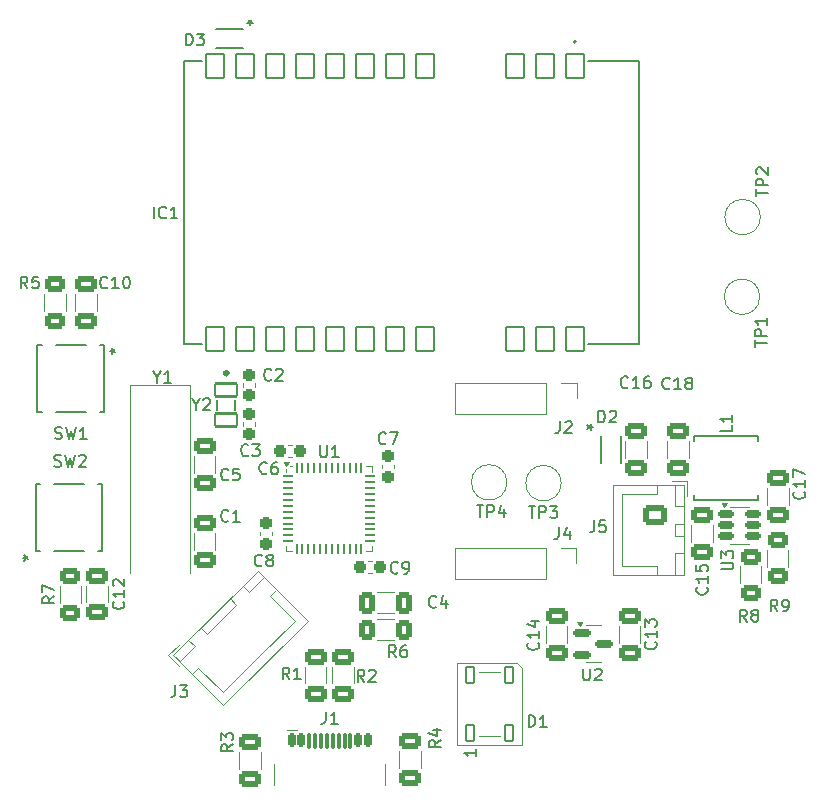
<source format=gto>
G04 #@! TF.GenerationSoftware,KiCad,Pcbnew,8.0.5*
G04 #@! TF.CreationDate,2025-03-07T10:13:00-08:00*
G04 #@! TF.ProjectId,Telemetry PCB V2,54656c65-6d65-4747-9279-205043422056,rev?*
G04 #@! TF.SameCoordinates,Original*
G04 #@! TF.FileFunction,Legend,Top*
G04 #@! TF.FilePolarity,Positive*
%FSLAX46Y46*%
G04 Gerber Fmt 4.6, Leading zero omitted, Abs format (unit mm)*
G04 Created by KiCad (PCBNEW 8.0.5) date 2025-03-07 10:13:00*
%MOMM*%
%LPD*%
G01*
G04 APERTURE LIST*
G04 Aperture macros list*
%AMRoundRect*
0 Rectangle with rounded corners*
0 $1 Rounding radius*
0 $2 $3 $4 $5 $6 $7 $8 $9 X,Y pos of 4 corners*
0 Add a 4 corners polygon primitive as box body*
4,1,4,$2,$3,$4,$5,$6,$7,$8,$9,$2,$3,0*
0 Add four circle primitives for the rounded corners*
1,1,$1+$1,$2,$3*
1,1,$1+$1,$4,$5*
1,1,$1+$1,$6,$7*
1,1,$1+$1,$8,$9*
0 Add four rect primitives between the rounded corners*
20,1,$1+$1,$2,$3,$4,$5,0*
20,1,$1+$1,$4,$5,$6,$7,0*
20,1,$1+$1,$6,$7,$8,$9,0*
20,1,$1+$1,$8,$9,$2,$3,0*%
%AMHorizOval*
0 Thick line with rounded ends*
0 $1 width*
0 $2 $3 position (X,Y) of the first rounded end (center of the circle)*
0 $4 $5 position (X,Y) of the second rounded end (center of the circle)*
0 Add line between two ends*
20,1,$1,$2,$3,$4,$5,0*
0 Add two circle primitives to create the rounded ends*
1,1,$1,$2,$3*
1,1,$1,$4,$5*%
G04 Aperture macros list end*
%ADD10C,0.180000*%
%ADD11C,0.120000*%
%ADD12C,0.152400*%
%ADD13C,0.127000*%
%ADD14C,0.200000*%
%ADD15C,0.300000*%
%ADD16RoundRect,0.250000X0.650000X-0.412500X0.650000X0.412500X-0.650000X0.412500X-0.650000X-0.412500X0*%
%ADD17RoundRect,0.062500X-0.375000X-0.062500X0.375000X-0.062500X0.375000X0.062500X-0.375000X0.062500X0*%
%ADD18RoundRect,0.062500X-0.062500X-0.375000X0.062500X-0.375000X0.062500X0.375000X-0.062500X0.375000X0*%
%ADD19R,5.600000X5.600000*%
%ADD20R,0.711200X0.711200*%
%ADD21RoundRect,0.250000X-0.625000X0.400000X-0.625000X-0.400000X0.625000X-0.400000X0.625000X0.400000X0*%
%ADD22RoundRect,0.237500X0.237500X-0.300000X0.237500X0.300000X-0.237500X0.300000X-0.237500X-0.300000X0*%
%ADD23C,0.650000*%
%ADD24RoundRect,0.150000X-0.150000X-0.435000X0.150000X-0.435000X0.150000X0.435000X-0.150000X0.435000X0*%
%ADD25RoundRect,0.150000X-0.150000X-0.447500X0.150000X-0.447500X0.150000X0.447500X-0.150000X0.447500X0*%
%ADD26RoundRect,0.075000X-0.075000X-0.575000X0.075000X-0.575000X0.075000X0.575000X-0.075000X0.575000X0*%
%ADD27O,1.000000X2.100000*%
%ADD28O,1.000000X1.600000*%
%ADD29C,2.000000*%
%ADD30RoundRect,0.250000X-0.650000X0.412500X-0.650000X-0.412500X0.650000X-0.412500X0.650000X0.412500X0*%
%ADD31R,1.498600X3.987800*%
%ADD32R,1.700000X1.700000*%
%ADD33O,1.700000X1.700000*%
%ADD34RoundRect,0.250000X0.625000X-0.400000X0.625000X0.400000X-0.625000X0.400000X-0.625000X-0.400000X0*%
%ADD35RoundRect,0.237500X-0.237500X0.300000X-0.237500X-0.300000X0.237500X-0.300000X0.237500X0.300000X0*%
%ADD36RoundRect,0.102000X0.755000X-1.040000X0.755000X1.040000X-0.755000X1.040000X-0.755000X-1.040000X0*%
%ADD37R,0.558800X0.950500*%
%ADD38RoundRect,0.150000X-0.587500X-0.150000X0.587500X-0.150000X0.587500X0.150000X-0.587500X0.150000X0*%
%ADD39RoundRect,0.250000X0.400000X0.625000X-0.400000X0.625000X-0.400000X-0.625000X0.400000X-0.625000X0*%
%ADD40RoundRect,0.102000X-0.950000X0.550000X-0.950000X-0.550000X0.950000X-0.550000X0.950000X0.550000X0*%
%ADD41R,2.000000X7.875000*%
%ADD42RoundRect,0.237500X-0.300000X-0.237500X0.300000X-0.237500X0.300000X0.237500X-0.300000X0.237500X0*%
%ADD43RoundRect,0.237500X0.300000X0.237500X-0.300000X0.237500X-0.300000X-0.237500X0.300000X-0.237500X0*%
%ADD44RoundRect,0.250000X0.412500X0.650000X-0.412500X0.650000X-0.412500X-0.650000X0.412500X-0.650000X0*%
%ADD45RoundRect,0.150000X-0.512500X-0.150000X0.512500X-0.150000X0.512500X0.150000X-0.512500X0.150000X0*%
%ADD46RoundRect,0.250000X0.088388X-0.936916X0.936916X-0.088388X-0.088388X0.936916X-0.936916X0.088388X0*%
%ADD47HorizOval,1.700000X-0.088388X0.088388X0.088388X-0.088388X0*%
%ADD48RoundRect,0.090000X0.360000X-0.660000X0.360000X0.660000X-0.360000X0.660000X-0.360000X-0.660000X0*%
%ADD49RoundRect,0.250000X-0.750000X0.600000X-0.750000X-0.600000X0.750000X-0.600000X0.750000X0.600000X0*%
%ADD50O,2.000000X1.700000*%
G04 APERTURE END LIST*
D10*
X168303019Y-102692856D02*
X168350639Y-102740475D01*
X168350639Y-102740475D02*
X168398258Y-102883332D01*
X168398258Y-102883332D02*
X168398258Y-102978570D01*
X168398258Y-102978570D02*
X168350639Y-103121427D01*
X168350639Y-103121427D02*
X168255400Y-103216665D01*
X168255400Y-103216665D02*
X168160162Y-103264284D01*
X168160162Y-103264284D02*
X167969686Y-103311903D01*
X167969686Y-103311903D02*
X167826829Y-103311903D01*
X167826829Y-103311903D02*
X167636353Y-103264284D01*
X167636353Y-103264284D02*
X167541115Y-103216665D01*
X167541115Y-103216665D02*
X167445877Y-103121427D01*
X167445877Y-103121427D02*
X167398258Y-102978570D01*
X167398258Y-102978570D02*
X167398258Y-102883332D01*
X167398258Y-102883332D02*
X167445877Y-102740475D01*
X167445877Y-102740475D02*
X167493496Y-102692856D01*
X168398258Y-101740475D02*
X168398258Y-102311903D01*
X168398258Y-102026189D02*
X167398258Y-102026189D01*
X167398258Y-102026189D02*
X167541115Y-102121427D01*
X167541115Y-102121427D02*
X167636353Y-102216665D01*
X167636353Y-102216665D02*
X167683972Y-102311903D01*
X167731591Y-100883332D02*
X168398258Y-100883332D01*
X167350639Y-101121427D02*
X168064924Y-101359522D01*
X168064924Y-101359522D02*
X168064924Y-100740475D01*
X149850595Y-85983259D02*
X149850595Y-86792782D01*
X149850595Y-86792782D02*
X149898214Y-86888020D01*
X149898214Y-86888020D02*
X149945833Y-86935640D01*
X149945833Y-86935640D02*
X150041071Y-86983259D01*
X150041071Y-86983259D02*
X150231547Y-86983259D01*
X150231547Y-86983259D02*
X150326785Y-86935640D01*
X150326785Y-86935640D02*
X150374404Y-86888020D01*
X150374404Y-86888020D02*
X150422023Y-86792782D01*
X150422023Y-86792782D02*
X150422023Y-85983259D01*
X151422023Y-86983259D02*
X150850595Y-86983259D01*
X151136309Y-86983259D02*
X151136309Y-85983259D01*
X151136309Y-85983259D02*
X151041071Y-86126116D01*
X151041071Y-86126116D02*
X150945833Y-86221354D01*
X150945833Y-86221354D02*
X150850595Y-86268973D01*
X138491905Y-52123259D02*
X138491905Y-51123259D01*
X138491905Y-51123259D02*
X138730000Y-51123259D01*
X138730000Y-51123259D02*
X138872857Y-51170878D01*
X138872857Y-51170878D02*
X138968095Y-51266116D01*
X138968095Y-51266116D02*
X139015714Y-51361354D01*
X139015714Y-51361354D02*
X139063333Y-51551830D01*
X139063333Y-51551830D02*
X139063333Y-51694687D01*
X139063333Y-51694687D02*
X139015714Y-51885163D01*
X139015714Y-51885163D02*
X138968095Y-51980401D01*
X138968095Y-51980401D02*
X138872857Y-52075640D01*
X138872857Y-52075640D02*
X138730000Y-52123259D01*
X138730000Y-52123259D02*
X138491905Y-52123259D01*
X139396667Y-51123259D02*
X140015714Y-51123259D01*
X140015714Y-51123259D02*
X139682381Y-51504211D01*
X139682381Y-51504211D02*
X139825238Y-51504211D01*
X139825238Y-51504211D02*
X139920476Y-51551830D01*
X139920476Y-51551830D02*
X139968095Y-51599449D01*
X139968095Y-51599449D02*
X140015714Y-51694687D01*
X140015714Y-51694687D02*
X140015714Y-51932782D01*
X140015714Y-51932782D02*
X139968095Y-52028020D01*
X139968095Y-52028020D02*
X139920476Y-52075640D01*
X139920476Y-52075640D02*
X139825238Y-52123259D01*
X139825238Y-52123259D02*
X139539524Y-52123259D01*
X139539524Y-52123259D02*
X139444286Y-52075640D01*
X139444286Y-52075640D02*
X139396667Y-52028020D01*
X143939999Y-50406740D02*
X143939999Y-50168645D01*
X144178094Y-50263883D02*
X143939999Y-50168645D01*
X143939999Y-50168645D02*
X143701904Y-50263883D01*
X144082856Y-49978169D02*
X143939999Y-50168645D01*
X143939999Y-50168645D02*
X143797142Y-49978169D01*
X142478260Y-111306666D02*
X142002069Y-111639999D01*
X142478260Y-111878094D02*
X141478260Y-111878094D01*
X141478260Y-111878094D02*
X141478260Y-111497142D01*
X141478260Y-111497142D02*
X141525879Y-111401904D01*
X141525879Y-111401904D02*
X141573498Y-111354285D01*
X141573498Y-111354285D02*
X141668736Y-111306666D01*
X141668736Y-111306666D02*
X141811593Y-111306666D01*
X141811593Y-111306666D02*
X141906831Y-111354285D01*
X141906831Y-111354285D02*
X141954450Y-111401904D01*
X141954450Y-111401904D02*
X142002069Y-111497142D01*
X142002069Y-111497142D02*
X142002069Y-111878094D01*
X141478260Y-110973332D02*
X141478260Y-110354285D01*
X141478260Y-110354285D02*
X141859212Y-110687618D01*
X141859212Y-110687618D02*
X141859212Y-110544761D01*
X141859212Y-110544761D02*
X141906831Y-110449523D01*
X141906831Y-110449523D02*
X141954450Y-110401904D01*
X141954450Y-110401904D02*
X142049688Y-110354285D01*
X142049688Y-110354285D02*
X142287783Y-110354285D01*
X142287783Y-110354285D02*
X142383021Y-110401904D01*
X142383021Y-110401904D02*
X142430641Y-110449523D01*
X142430641Y-110449523D02*
X142478260Y-110544761D01*
X142478260Y-110544761D02*
X142478260Y-110830475D01*
X142478260Y-110830475D02*
X142430641Y-110925713D01*
X142430641Y-110925713D02*
X142383021Y-110973332D01*
X188583333Y-100043258D02*
X188250000Y-99567067D01*
X188011905Y-100043258D02*
X188011905Y-99043258D01*
X188011905Y-99043258D02*
X188392857Y-99043258D01*
X188392857Y-99043258D02*
X188488095Y-99090877D01*
X188488095Y-99090877D02*
X188535714Y-99138496D01*
X188535714Y-99138496D02*
X188583333Y-99233734D01*
X188583333Y-99233734D02*
X188583333Y-99376591D01*
X188583333Y-99376591D02*
X188535714Y-99471829D01*
X188535714Y-99471829D02*
X188488095Y-99519448D01*
X188488095Y-99519448D02*
X188392857Y-99567067D01*
X188392857Y-99567067D02*
X188011905Y-99567067D01*
X189059524Y-100043258D02*
X189250000Y-100043258D01*
X189250000Y-100043258D02*
X189345238Y-99995639D01*
X189345238Y-99995639D02*
X189392857Y-99948019D01*
X189392857Y-99948019D02*
X189488095Y-99805162D01*
X189488095Y-99805162D02*
X189535714Y-99614686D01*
X189535714Y-99614686D02*
X189535714Y-99233734D01*
X189535714Y-99233734D02*
X189488095Y-99138496D01*
X189488095Y-99138496D02*
X189440476Y-99090877D01*
X189440476Y-99090877D02*
X189345238Y-99043258D01*
X189345238Y-99043258D02*
X189154762Y-99043258D01*
X189154762Y-99043258D02*
X189059524Y-99090877D01*
X189059524Y-99090877D02*
X189011905Y-99138496D01*
X189011905Y-99138496D02*
X188964286Y-99233734D01*
X188964286Y-99233734D02*
X188964286Y-99471829D01*
X188964286Y-99471829D02*
X189011905Y-99567067D01*
X189011905Y-99567067D02*
X189059524Y-99614686D01*
X189059524Y-99614686D02*
X189154762Y-99662305D01*
X189154762Y-99662305D02*
X189345238Y-99662305D01*
X189345238Y-99662305D02*
X189440476Y-99614686D01*
X189440476Y-99614686D02*
X189488095Y-99567067D01*
X189488095Y-99567067D02*
X189535714Y-99471829D01*
X144933333Y-96138020D02*
X144885714Y-96185640D01*
X144885714Y-96185640D02*
X144742857Y-96233259D01*
X144742857Y-96233259D02*
X144647619Y-96233259D01*
X144647619Y-96233259D02*
X144504762Y-96185640D01*
X144504762Y-96185640D02*
X144409524Y-96090401D01*
X144409524Y-96090401D02*
X144361905Y-95995163D01*
X144361905Y-95995163D02*
X144314286Y-95804687D01*
X144314286Y-95804687D02*
X144314286Y-95661830D01*
X144314286Y-95661830D02*
X144361905Y-95471354D01*
X144361905Y-95471354D02*
X144409524Y-95376116D01*
X144409524Y-95376116D02*
X144504762Y-95280878D01*
X144504762Y-95280878D02*
X144647619Y-95233259D01*
X144647619Y-95233259D02*
X144742857Y-95233259D01*
X144742857Y-95233259D02*
X144885714Y-95280878D01*
X144885714Y-95280878D02*
X144933333Y-95328497D01*
X145504762Y-95661830D02*
X145409524Y-95614211D01*
X145409524Y-95614211D02*
X145361905Y-95566592D01*
X145361905Y-95566592D02*
X145314286Y-95471354D01*
X145314286Y-95471354D02*
X145314286Y-95423735D01*
X145314286Y-95423735D02*
X145361905Y-95328497D01*
X145361905Y-95328497D02*
X145409524Y-95280878D01*
X145409524Y-95280878D02*
X145504762Y-95233259D01*
X145504762Y-95233259D02*
X145695238Y-95233259D01*
X145695238Y-95233259D02*
X145790476Y-95280878D01*
X145790476Y-95280878D02*
X145838095Y-95328497D01*
X145838095Y-95328497D02*
X145885714Y-95423735D01*
X145885714Y-95423735D02*
X145885714Y-95471354D01*
X145885714Y-95471354D02*
X145838095Y-95566592D01*
X145838095Y-95566592D02*
X145790476Y-95614211D01*
X145790476Y-95614211D02*
X145695238Y-95661830D01*
X145695238Y-95661830D02*
X145504762Y-95661830D01*
X145504762Y-95661830D02*
X145409524Y-95709449D01*
X145409524Y-95709449D02*
X145361905Y-95757068D01*
X145361905Y-95757068D02*
X145314286Y-95852306D01*
X145314286Y-95852306D02*
X145314286Y-96042782D01*
X145314286Y-96042782D02*
X145361905Y-96138020D01*
X145361905Y-96138020D02*
X145409524Y-96185640D01*
X145409524Y-96185640D02*
X145504762Y-96233259D01*
X145504762Y-96233259D02*
X145695238Y-96233259D01*
X145695238Y-96233259D02*
X145790476Y-96185640D01*
X145790476Y-96185640D02*
X145838095Y-96138020D01*
X145838095Y-96138020D02*
X145885714Y-96042782D01*
X145885714Y-96042782D02*
X145885714Y-95852306D01*
X145885714Y-95852306D02*
X145838095Y-95757068D01*
X145838095Y-95757068D02*
X145790476Y-95709449D01*
X145790476Y-95709449D02*
X145695238Y-95661830D01*
X150341666Y-108563259D02*
X150341666Y-109277544D01*
X150341666Y-109277544D02*
X150294047Y-109420401D01*
X150294047Y-109420401D02*
X150198809Y-109515640D01*
X150198809Y-109515640D02*
X150055952Y-109563259D01*
X150055952Y-109563259D02*
X149960714Y-109563259D01*
X151341666Y-109563259D02*
X150770238Y-109563259D01*
X151055952Y-109563259D02*
X151055952Y-108563259D01*
X151055952Y-108563259D02*
X150960714Y-108706116D01*
X150960714Y-108706116D02*
X150865476Y-108801354D01*
X150865476Y-108801354D02*
X150770238Y-108848973D01*
X167508095Y-91143259D02*
X168079523Y-91143259D01*
X167793809Y-92143259D02*
X167793809Y-91143259D01*
X168412857Y-92143259D02*
X168412857Y-91143259D01*
X168412857Y-91143259D02*
X168793809Y-91143259D01*
X168793809Y-91143259D02*
X168889047Y-91190878D01*
X168889047Y-91190878D02*
X168936666Y-91238497D01*
X168936666Y-91238497D02*
X168984285Y-91333735D01*
X168984285Y-91333735D02*
X168984285Y-91476592D01*
X168984285Y-91476592D02*
X168936666Y-91571830D01*
X168936666Y-91571830D02*
X168889047Y-91619449D01*
X168889047Y-91619449D02*
X168793809Y-91667068D01*
X168793809Y-91667068D02*
X168412857Y-91667068D01*
X169317619Y-91143259D02*
X169936666Y-91143259D01*
X169936666Y-91143259D02*
X169603333Y-91524211D01*
X169603333Y-91524211D02*
X169746190Y-91524211D01*
X169746190Y-91524211D02*
X169841428Y-91571830D01*
X169841428Y-91571830D02*
X169889047Y-91619449D01*
X169889047Y-91619449D02*
X169936666Y-91714687D01*
X169936666Y-91714687D02*
X169936666Y-91952782D01*
X169936666Y-91952782D02*
X169889047Y-92048020D01*
X169889047Y-92048020D02*
X169841428Y-92095640D01*
X169841428Y-92095640D02*
X169746190Y-92143259D01*
X169746190Y-92143259D02*
X169460476Y-92143259D01*
X169460476Y-92143259D02*
X169365238Y-92095640D01*
X169365238Y-92095640D02*
X169317619Y-92048020D01*
X133198021Y-99215357D02*
X133245641Y-99262976D01*
X133245641Y-99262976D02*
X133293260Y-99405833D01*
X133293260Y-99405833D02*
X133293260Y-99501071D01*
X133293260Y-99501071D02*
X133245641Y-99643928D01*
X133245641Y-99643928D02*
X133150402Y-99739166D01*
X133150402Y-99739166D02*
X133055164Y-99786785D01*
X133055164Y-99786785D02*
X132864688Y-99834404D01*
X132864688Y-99834404D02*
X132721831Y-99834404D01*
X132721831Y-99834404D02*
X132531355Y-99786785D01*
X132531355Y-99786785D02*
X132436117Y-99739166D01*
X132436117Y-99739166D02*
X132340879Y-99643928D01*
X132340879Y-99643928D02*
X132293260Y-99501071D01*
X132293260Y-99501071D02*
X132293260Y-99405833D01*
X132293260Y-99405833D02*
X132340879Y-99262976D01*
X132340879Y-99262976D02*
X132388498Y-99215357D01*
X133293260Y-98262976D02*
X133293260Y-98834404D01*
X133293260Y-98548690D02*
X132293260Y-98548690D01*
X132293260Y-98548690D02*
X132436117Y-98643928D01*
X132436117Y-98643928D02*
X132531355Y-98739166D01*
X132531355Y-98739166D02*
X132578974Y-98834404D01*
X132388498Y-97882023D02*
X132340879Y-97834404D01*
X132340879Y-97834404D02*
X132293260Y-97739166D01*
X132293260Y-97739166D02*
X132293260Y-97501071D01*
X132293260Y-97501071D02*
X132340879Y-97405833D01*
X132340879Y-97405833D02*
X132388498Y-97358214D01*
X132388498Y-97358214D02*
X132483736Y-97310595D01*
X132483736Y-97310595D02*
X132578974Y-97310595D01*
X132578974Y-97310595D02*
X132721831Y-97358214D01*
X132721831Y-97358214D02*
X133293260Y-97929642D01*
X133293260Y-97929642D02*
X133293260Y-97310595D01*
X147263333Y-105803259D02*
X146930000Y-105327068D01*
X146691905Y-105803259D02*
X146691905Y-104803259D01*
X146691905Y-104803259D02*
X147072857Y-104803259D01*
X147072857Y-104803259D02*
X147168095Y-104850878D01*
X147168095Y-104850878D02*
X147215714Y-104898497D01*
X147215714Y-104898497D02*
X147263333Y-104993735D01*
X147263333Y-104993735D02*
X147263333Y-105136592D01*
X147263333Y-105136592D02*
X147215714Y-105231830D01*
X147215714Y-105231830D02*
X147168095Y-105279449D01*
X147168095Y-105279449D02*
X147072857Y-105327068D01*
X147072857Y-105327068D02*
X146691905Y-105327068D01*
X148215714Y-105803259D02*
X147644286Y-105803259D01*
X147930000Y-105803259D02*
X147930000Y-104803259D01*
X147930000Y-104803259D02*
X147834762Y-104946116D01*
X147834762Y-104946116D02*
X147739524Y-105041354D01*
X147739524Y-105041354D02*
X147644286Y-105088973D01*
X160073259Y-110936666D02*
X159597068Y-111269999D01*
X160073259Y-111508094D02*
X159073259Y-111508094D01*
X159073259Y-111508094D02*
X159073259Y-111127142D01*
X159073259Y-111127142D02*
X159120878Y-111031904D01*
X159120878Y-111031904D02*
X159168497Y-110984285D01*
X159168497Y-110984285D02*
X159263735Y-110936666D01*
X159263735Y-110936666D02*
X159406592Y-110936666D01*
X159406592Y-110936666D02*
X159501830Y-110984285D01*
X159501830Y-110984285D02*
X159549449Y-111031904D01*
X159549449Y-111031904D02*
X159597068Y-111127142D01*
X159597068Y-111127142D02*
X159597068Y-111508094D01*
X159406592Y-110079523D02*
X160073259Y-110079523D01*
X159025640Y-110317618D02*
X159739925Y-110555713D01*
X159739925Y-110555713D02*
X159739925Y-109936666D01*
X184728259Y-84291666D02*
X184728259Y-84767856D01*
X184728259Y-84767856D02*
X183728259Y-84767856D01*
X184728259Y-83434523D02*
X184728259Y-84005951D01*
X184728259Y-83720237D02*
X183728259Y-83720237D01*
X183728259Y-83720237D02*
X183871116Y-83815475D01*
X183871116Y-83815475D02*
X183966354Y-83910713D01*
X183966354Y-83910713D02*
X184013973Y-84005951D01*
X170166666Y-83953259D02*
X170166666Y-84667544D01*
X170166666Y-84667544D02*
X170119047Y-84810401D01*
X170119047Y-84810401D02*
X170023809Y-84905640D01*
X170023809Y-84905640D02*
X169880952Y-84953259D01*
X169880952Y-84953259D02*
X169785714Y-84953259D01*
X170595238Y-84048497D02*
X170642857Y-84000878D01*
X170642857Y-84000878D02*
X170738095Y-83953259D01*
X170738095Y-83953259D02*
X170976190Y-83953259D01*
X170976190Y-83953259D02*
X171071428Y-84000878D01*
X171071428Y-84000878D02*
X171119047Y-84048497D01*
X171119047Y-84048497D02*
X171166666Y-84143735D01*
X171166666Y-84143735D02*
X171166666Y-84238973D01*
X171166666Y-84238973D02*
X171119047Y-84381830D01*
X171119047Y-84381830D02*
X170547619Y-84953259D01*
X170547619Y-84953259D02*
X171166666Y-84953259D01*
X127353259Y-98776666D02*
X126877068Y-99109999D01*
X127353259Y-99348094D02*
X126353259Y-99348094D01*
X126353259Y-99348094D02*
X126353259Y-98967142D01*
X126353259Y-98967142D02*
X126400878Y-98871904D01*
X126400878Y-98871904D02*
X126448497Y-98824285D01*
X126448497Y-98824285D02*
X126543735Y-98776666D01*
X126543735Y-98776666D02*
X126686592Y-98776666D01*
X126686592Y-98776666D02*
X126781830Y-98824285D01*
X126781830Y-98824285D02*
X126829449Y-98871904D01*
X126829449Y-98871904D02*
X126877068Y-98967142D01*
X126877068Y-98967142D02*
X126877068Y-99348094D01*
X126353259Y-98443332D02*
X126353259Y-97776666D01*
X126353259Y-97776666D02*
X127353259Y-98205237D01*
X190828020Y-89912857D02*
X190875640Y-89960476D01*
X190875640Y-89960476D02*
X190923259Y-90103333D01*
X190923259Y-90103333D02*
X190923259Y-90198571D01*
X190923259Y-90198571D02*
X190875640Y-90341428D01*
X190875640Y-90341428D02*
X190780401Y-90436666D01*
X190780401Y-90436666D02*
X190685163Y-90484285D01*
X190685163Y-90484285D02*
X190494687Y-90531904D01*
X190494687Y-90531904D02*
X190351830Y-90531904D01*
X190351830Y-90531904D02*
X190161354Y-90484285D01*
X190161354Y-90484285D02*
X190066116Y-90436666D01*
X190066116Y-90436666D02*
X189970878Y-90341428D01*
X189970878Y-90341428D02*
X189923259Y-90198571D01*
X189923259Y-90198571D02*
X189923259Y-90103333D01*
X189923259Y-90103333D02*
X189970878Y-89960476D01*
X189970878Y-89960476D02*
X190018497Y-89912857D01*
X190923259Y-88960476D02*
X190923259Y-89531904D01*
X190923259Y-89246190D02*
X189923259Y-89246190D01*
X189923259Y-89246190D02*
X190066116Y-89341428D01*
X190066116Y-89341428D02*
X190161354Y-89436666D01*
X190161354Y-89436666D02*
X190208973Y-89531904D01*
X189923259Y-88627142D02*
X189923259Y-87960476D01*
X189923259Y-87960476D02*
X190923259Y-88389047D01*
X143783333Y-86808020D02*
X143735714Y-86855640D01*
X143735714Y-86855640D02*
X143592857Y-86903259D01*
X143592857Y-86903259D02*
X143497619Y-86903259D01*
X143497619Y-86903259D02*
X143354762Y-86855640D01*
X143354762Y-86855640D02*
X143259524Y-86760401D01*
X143259524Y-86760401D02*
X143211905Y-86665163D01*
X143211905Y-86665163D02*
X143164286Y-86474687D01*
X143164286Y-86474687D02*
X143164286Y-86331830D01*
X143164286Y-86331830D02*
X143211905Y-86141354D01*
X143211905Y-86141354D02*
X143259524Y-86046116D01*
X143259524Y-86046116D02*
X143354762Y-85950878D01*
X143354762Y-85950878D02*
X143497619Y-85903259D01*
X143497619Y-85903259D02*
X143592857Y-85903259D01*
X143592857Y-85903259D02*
X143735714Y-85950878D01*
X143735714Y-85950878D02*
X143783333Y-85998497D01*
X144116667Y-85903259D02*
X144735714Y-85903259D01*
X144735714Y-85903259D02*
X144402381Y-86284211D01*
X144402381Y-86284211D02*
X144545238Y-86284211D01*
X144545238Y-86284211D02*
X144640476Y-86331830D01*
X144640476Y-86331830D02*
X144688095Y-86379449D01*
X144688095Y-86379449D02*
X144735714Y-86474687D01*
X144735714Y-86474687D02*
X144735714Y-86712782D01*
X144735714Y-86712782D02*
X144688095Y-86808020D01*
X144688095Y-86808020D02*
X144640476Y-86855640D01*
X144640476Y-86855640D02*
X144545238Y-86903259D01*
X144545238Y-86903259D02*
X144259524Y-86903259D01*
X144259524Y-86903259D02*
X144164286Y-86855640D01*
X144164286Y-86855640D02*
X144116667Y-86808020D01*
X135773810Y-66773259D02*
X135773810Y-65773259D01*
X136821428Y-66678020D02*
X136773809Y-66725640D01*
X136773809Y-66725640D02*
X136630952Y-66773259D01*
X136630952Y-66773259D02*
X136535714Y-66773259D01*
X136535714Y-66773259D02*
X136392857Y-66725640D01*
X136392857Y-66725640D02*
X136297619Y-66630401D01*
X136297619Y-66630401D02*
X136250000Y-66535163D01*
X136250000Y-66535163D02*
X136202381Y-66344687D01*
X136202381Y-66344687D02*
X136202381Y-66201830D01*
X136202381Y-66201830D02*
X136250000Y-66011354D01*
X136250000Y-66011354D02*
X136297619Y-65916116D01*
X136297619Y-65916116D02*
X136392857Y-65820878D01*
X136392857Y-65820878D02*
X136535714Y-65773259D01*
X136535714Y-65773259D02*
X136630952Y-65773259D01*
X136630952Y-65773259D02*
X136773809Y-65820878D01*
X136773809Y-65820878D02*
X136821428Y-65868497D01*
X137773809Y-66773259D02*
X137202381Y-66773259D01*
X137488095Y-66773259D02*
X137488095Y-65773259D01*
X137488095Y-65773259D02*
X137392857Y-65916116D01*
X137392857Y-65916116D02*
X137297619Y-66011354D01*
X137297619Y-66011354D02*
X137202381Y-66058973D01*
X127356667Y-87745640D02*
X127499524Y-87793259D01*
X127499524Y-87793259D02*
X127737619Y-87793259D01*
X127737619Y-87793259D02*
X127832857Y-87745640D01*
X127832857Y-87745640D02*
X127880476Y-87698020D01*
X127880476Y-87698020D02*
X127928095Y-87602782D01*
X127928095Y-87602782D02*
X127928095Y-87507544D01*
X127928095Y-87507544D02*
X127880476Y-87412306D01*
X127880476Y-87412306D02*
X127832857Y-87364687D01*
X127832857Y-87364687D02*
X127737619Y-87317068D01*
X127737619Y-87317068D02*
X127547143Y-87269449D01*
X127547143Y-87269449D02*
X127451905Y-87221830D01*
X127451905Y-87221830D02*
X127404286Y-87174211D01*
X127404286Y-87174211D02*
X127356667Y-87078973D01*
X127356667Y-87078973D02*
X127356667Y-86983735D01*
X127356667Y-86983735D02*
X127404286Y-86888497D01*
X127404286Y-86888497D02*
X127451905Y-86840878D01*
X127451905Y-86840878D02*
X127547143Y-86793259D01*
X127547143Y-86793259D02*
X127785238Y-86793259D01*
X127785238Y-86793259D02*
X127928095Y-86840878D01*
X128261429Y-86793259D02*
X128499524Y-87793259D01*
X128499524Y-87793259D02*
X128690000Y-87078973D01*
X128690000Y-87078973D02*
X128880476Y-87793259D01*
X128880476Y-87793259D02*
X129118572Y-86793259D01*
X129451905Y-86888497D02*
X129499524Y-86840878D01*
X129499524Y-86840878D02*
X129594762Y-86793259D01*
X129594762Y-86793259D02*
X129832857Y-86793259D01*
X129832857Y-86793259D02*
X129928095Y-86840878D01*
X129928095Y-86840878D02*
X129975714Y-86888497D01*
X129975714Y-86888497D02*
X130023333Y-86983735D01*
X130023333Y-86983735D02*
X130023333Y-87078973D01*
X130023333Y-87078973D02*
X129975714Y-87221830D01*
X129975714Y-87221830D02*
X129404286Y-87793259D01*
X129404286Y-87793259D02*
X130023333Y-87793259D01*
X124683259Y-95509999D02*
X124921354Y-95509999D01*
X124826116Y-95748094D02*
X124921354Y-95509999D01*
X124921354Y-95509999D02*
X124826116Y-95271904D01*
X125111830Y-95652856D02*
X124921354Y-95509999D01*
X124921354Y-95509999D02*
X125111830Y-95367142D01*
X172133095Y-104893258D02*
X172133095Y-105702781D01*
X172133095Y-105702781D02*
X172180714Y-105798019D01*
X172180714Y-105798019D02*
X172228333Y-105845639D01*
X172228333Y-105845639D02*
X172323571Y-105893258D01*
X172323571Y-105893258D02*
X172514047Y-105893258D01*
X172514047Y-105893258D02*
X172609285Y-105845639D01*
X172609285Y-105845639D02*
X172656904Y-105798019D01*
X172656904Y-105798019D02*
X172704523Y-105702781D01*
X172704523Y-105702781D02*
X172704523Y-104893258D01*
X173133095Y-104988496D02*
X173180714Y-104940877D01*
X173180714Y-104940877D02*
X173275952Y-104893258D01*
X173275952Y-104893258D02*
X173514047Y-104893258D01*
X173514047Y-104893258D02*
X173609285Y-104940877D01*
X173609285Y-104940877D02*
X173656904Y-104988496D01*
X173656904Y-104988496D02*
X173704523Y-105083734D01*
X173704523Y-105083734D02*
X173704523Y-105178972D01*
X173704523Y-105178972D02*
X173656904Y-105321829D01*
X173656904Y-105321829D02*
X173085476Y-105893258D01*
X173085476Y-105893258D02*
X173704523Y-105893258D01*
X131857142Y-72608020D02*
X131809523Y-72655640D01*
X131809523Y-72655640D02*
X131666666Y-72703259D01*
X131666666Y-72703259D02*
X131571428Y-72703259D01*
X131571428Y-72703259D02*
X131428571Y-72655640D01*
X131428571Y-72655640D02*
X131333333Y-72560401D01*
X131333333Y-72560401D02*
X131285714Y-72465163D01*
X131285714Y-72465163D02*
X131238095Y-72274687D01*
X131238095Y-72274687D02*
X131238095Y-72131830D01*
X131238095Y-72131830D02*
X131285714Y-71941354D01*
X131285714Y-71941354D02*
X131333333Y-71846116D01*
X131333333Y-71846116D02*
X131428571Y-71750878D01*
X131428571Y-71750878D02*
X131571428Y-71703259D01*
X131571428Y-71703259D02*
X131666666Y-71703259D01*
X131666666Y-71703259D02*
X131809523Y-71750878D01*
X131809523Y-71750878D02*
X131857142Y-71798497D01*
X132809523Y-72703259D02*
X132238095Y-72703259D01*
X132523809Y-72703259D02*
X132523809Y-71703259D01*
X132523809Y-71703259D02*
X132428571Y-71846116D01*
X132428571Y-71846116D02*
X132333333Y-71941354D01*
X132333333Y-71941354D02*
X132238095Y-71988973D01*
X133428571Y-71703259D02*
X133523809Y-71703259D01*
X133523809Y-71703259D02*
X133619047Y-71750878D01*
X133619047Y-71750878D02*
X133666666Y-71798497D01*
X133666666Y-71798497D02*
X133714285Y-71893735D01*
X133714285Y-71893735D02*
X133761904Y-72084211D01*
X133761904Y-72084211D02*
X133761904Y-72322306D01*
X133761904Y-72322306D02*
X133714285Y-72512782D01*
X133714285Y-72512782D02*
X133666666Y-72608020D01*
X133666666Y-72608020D02*
X133619047Y-72655640D01*
X133619047Y-72655640D02*
X133523809Y-72703259D01*
X133523809Y-72703259D02*
X133428571Y-72703259D01*
X133428571Y-72703259D02*
X133333333Y-72655640D01*
X133333333Y-72655640D02*
X133285714Y-72608020D01*
X133285714Y-72608020D02*
X133238095Y-72512782D01*
X133238095Y-72512782D02*
X133190476Y-72322306D01*
X133190476Y-72322306D02*
X133190476Y-72084211D01*
X133190476Y-72084211D02*
X133238095Y-71893735D01*
X133238095Y-71893735D02*
X133285714Y-71798497D01*
X133285714Y-71798497D02*
X133333333Y-71750878D01*
X133333333Y-71750878D02*
X133428571Y-71703259D01*
X156283333Y-103928259D02*
X155950000Y-103452068D01*
X155711905Y-103928259D02*
X155711905Y-102928259D01*
X155711905Y-102928259D02*
X156092857Y-102928259D01*
X156092857Y-102928259D02*
X156188095Y-102975878D01*
X156188095Y-102975878D02*
X156235714Y-103023497D01*
X156235714Y-103023497D02*
X156283333Y-103118735D01*
X156283333Y-103118735D02*
X156283333Y-103261592D01*
X156283333Y-103261592D02*
X156235714Y-103356830D01*
X156235714Y-103356830D02*
X156188095Y-103404449D01*
X156188095Y-103404449D02*
X156092857Y-103452068D01*
X156092857Y-103452068D02*
X155711905Y-103452068D01*
X157140476Y-102928259D02*
X156950000Y-102928259D01*
X156950000Y-102928259D02*
X156854762Y-102975878D01*
X156854762Y-102975878D02*
X156807143Y-103023497D01*
X156807143Y-103023497D02*
X156711905Y-103166354D01*
X156711905Y-103166354D02*
X156664286Y-103356830D01*
X156664286Y-103356830D02*
X156664286Y-103737782D01*
X156664286Y-103737782D02*
X156711905Y-103833020D01*
X156711905Y-103833020D02*
X156759524Y-103880640D01*
X156759524Y-103880640D02*
X156854762Y-103928259D01*
X156854762Y-103928259D02*
X157045238Y-103928259D01*
X157045238Y-103928259D02*
X157140476Y-103880640D01*
X157140476Y-103880640D02*
X157188095Y-103833020D01*
X157188095Y-103833020D02*
X157235714Y-103737782D01*
X157235714Y-103737782D02*
X157235714Y-103499687D01*
X157235714Y-103499687D02*
X157188095Y-103404449D01*
X157188095Y-103404449D02*
X157140476Y-103356830D01*
X157140476Y-103356830D02*
X157045238Y-103309211D01*
X157045238Y-103309211D02*
X156854762Y-103309211D01*
X156854762Y-103309211D02*
X156759524Y-103356830D01*
X156759524Y-103356830D02*
X156711905Y-103404449D01*
X156711905Y-103404449D02*
X156664286Y-103499687D01*
X139363809Y-82537068D02*
X139363809Y-83013259D01*
X139030476Y-82013259D02*
X139363809Y-82537068D01*
X139363809Y-82537068D02*
X139697142Y-82013259D01*
X139982857Y-82108497D02*
X140030476Y-82060878D01*
X140030476Y-82060878D02*
X140125714Y-82013259D01*
X140125714Y-82013259D02*
X140363809Y-82013259D01*
X140363809Y-82013259D02*
X140459047Y-82060878D01*
X140459047Y-82060878D02*
X140506666Y-82108497D01*
X140506666Y-82108497D02*
X140554285Y-82203735D01*
X140554285Y-82203735D02*
X140554285Y-82298973D01*
X140554285Y-82298973D02*
X140506666Y-82441830D01*
X140506666Y-82441830D02*
X139935238Y-83013259D01*
X139935238Y-83013259D02*
X140554285Y-83013259D01*
X136033809Y-80197068D02*
X136033809Y-80673259D01*
X135700476Y-79673259D02*
X136033809Y-80197068D01*
X136033809Y-80197068D02*
X136367142Y-79673259D01*
X137224285Y-80673259D02*
X136652857Y-80673259D01*
X136938571Y-80673259D02*
X136938571Y-79673259D01*
X136938571Y-79673259D02*
X136843333Y-79816116D01*
X136843333Y-79816116D02*
X136748095Y-79911354D01*
X136748095Y-79911354D02*
X136652857Y-79958973D01*
X156443333Y-96748020D02*
X156395714Y-96795640D01*
X156395714Y-96795640D02*
X156252857Y-96843259D01*
X156252857Y-96843259D02*
X156157619Y-96843259D01*
X156157619Y-96843259D02*
X156014762Y-96795640D01*
X156014762Y-96795640D02*
X155919524Y-96700401D01*
X155919524Y-96700401D02*
X155871905Y-96605163D01*
X155871905Y-96605163D02*
X155824286Y-96414687D01*
X155824286Y-96414687D02*
X155824286Y-96271830D01*
X155824286Y-96271830D02*
X155871905Y-96081354D01*
X155871905Y-96081354D02*
X155919524Y-95986116D01*
X155919524Y-95986116D02*
X156014762Y-95890878D01*
X156014762Y-95890878D02*
X156157619Y-95843259D01*
X156157619Y-95843259D02*
X156252857Y-95843259D01*
X156252857Y-95843259D02*
X156395714Y-95890878D01*
X156395714Y-95890878D02*
X156443333Y-95938497D01*
X156919524Y-96843259D02*
X157110000Y-96843259D01*
X157110000Y-96843259D02*
X157205238Y-96795640D01*
X157205238Y-96795640D02*
X157252857Y-96748020D01*
X157252857Y-96748020D02*
X157348095Y-96605163D01*
X157348095Y-96605163D02*
X157395714Y-96414687D01*
X157395714Y-96414687D02*
X157395714Y-96033735D01*
X157395714Y-96033735D02*
X157348095Y-95938497D01*
X157348095Y-95938497D02*
X157300476Y-95890878D01*
X157300476Y-95890878D02*
X157205238Y-95843259D01*
X157205238Y-95843259D02*
X157014762Y-95843259D01*
X157014762Y-95843259D02*
X156919524Y-95890878D01*
X156919524Y-95890878D02*
X156871905Y-95938497D01*
X156871905Y-95938497D02*
X156824286Y-96033735D01*
X156824286Y-96033735D02*
X156824286Y-96271830D01*
X156824286Y-96271830D02*
X156871905Y-96367068D01*
X156871905Y-96367068D02*
X156919524Y-96414687D01*
X156919524Y-96414687D02*
X157014762Y-96462306D01*
X157014762Y-96462306D02*
X157205238Y-96462306D01*
X157205238Y-96462306D02*
X157300476Y-96414687D01*
X157300476Y-96414687D02*
X157348095Y-96367068D01*
X157348095Y-96367068D02*
X157395714Y-96271830D01*
X155423333Y-85798020D02*
X155375714Y-85845640D01*
X155375714Y-85845640D02*
X155232857Y-85893259D01*
X155232857Y-85893259D02*
X155137619Y-85893259D01*
X155137619Y-85893259D02*
X154994762Y-85845640D01*
X154994762Y-85845640D02*
X154899524Y-85750401D01*
X154899524Y-85750401D02*
X154851905Y-85655163D01*
X154851905Y-85655163D02*
X154804286Y-85464687D01*
X154804286Y-85464687D02*
X154804286Y-85321830D01*
X154804286Y-85321830D02*
X154851905Y-85131354D01*
X154851905Y-85131354D02*
X154899524Y-85036116D01*
X154899524Y-85036116D02*
X154994762Y-84940878D01*
X154994762Y-84940878D02*
X155137619Y-84893259D01*
X155137619Y-84893259D02*
X155232857Y-84893259D01*
X155232857Y-84893259D02*
X155375714Y-84940878D01*
X155375714Y-84940878D02*
X155423333Y-84988497D01*
X155756667Y-84893259D02*
X156423333Y-84893259D01*
X156423333Y-84893259D02*
X155994762Y-85893259D01*
X142083333Y-88858020D02*
X142035714Y-88905640D01*
X142035714Y-88905640D02*
X141892857Y-88953259D01*
X141892857Y-88953259D02*
X141797619Y-88953259D01*
X141797619Y-88953259D02*
X141654762Y-88905640D01*
X141654762Y-88905640D02*
X141559524Y-88810401D01*
X141559524Y-88810401D02*
X141511905Y-88715163D01*
X141511905Y-88715163D02*
X141464286Y-88524687D01*
X141464286Y-88524687D02*
X141464286Y-88381830D01*
X141464286Y-88381830D02*
X141511905Y-88191354D01*
X141511905Y-88191354D02*
X141559524Y-88096116D01*
X141559524Y-88096116D02*
X141654762Y-88000878D01*
X141654762Y-88000878D02*
X141797619Y-87953259D01*
X141797619Y-87953259D02*
X141892857Y-87953259D01*
X141892857Y-87953259D02*
X142035714Y-88000878D01*
X142035714Y-88000878D02*
X142083333Y-88048497D01*
X142988095Y-87953259D02*
X142511905Y-87953259D01*
X142511905Y-87953259D02*
X142464286Y-88429449D01*
X142464286Y-88429449D02*
X142511905Y-88381830D01*
X142511905Y-88381830D02*
X142607143Y-88334211D01*
X142607143Y-88334211D02*
X142845238Y-88334211D01*
X142845238Y-88334211D02*
X142940476Y-88381830D01*
X142940476Y-88381830D02*
X142988095Y-88429449D01*
X142988095Y-88429449D02*
X143035714Y-88524687D01*
X143035714Y-88524687D02*
X143035714Y-88762782D01*
X143035714Y-88762782D02*
X142988095Y-88858020D01*
X142988095Y-88858020D02*
X142940476Y-88905640D01*
X142940476Y-88905640D02*
X142845238Y-88953259D01*
X142845238Y-88953259D02*
X142607143Y-88953259D01*
X142607143Y-88953259D02*
X142511905Y-88905640D01*
X142511905Y-88905640D02*
X142464286Y-88858020D01*
X185993333Y-100903259D02*
X185660000Y-100427068D01*
X185421905Y-100903259D02*
X185421905Y-99903259D01*
X185421905Y-99903259D02*
X185802857Y-99903259D01*
X185802857Y-99903259D02*
X185898095Y-99950878D01*
X185898095Y-99950878D02*
X185945714Y-99998497D01*
X185945714Y-99998497D02*
X185993333Y-100093735D01*
X185993333Y-100093735D02*
X185993333Y-100236592D01*
X185993333Y-100236592D02*
X185945714Y-100331830D01*
X185945714Y-100331830D02*
X185898095Y-100379449D01*
X185898095Y-100379449D02*
X185802857Y-100427068D01*
X185802857Y-100427068D02*
X185421905Y-100427068D01*
X186564762Y-100331830D02*
X186469524Y-100284211D01*
X186469524Y-100284211D02*
X186421905Y-100236592D01*
X186421905Y-100236592D02*
X186374286Y-100141354D01*
X186374286Y-100141354D02*
X186374286Y-100093735D01*
X186374286Y-100093735D02*
X186421905Y-99998497D01*
X186421905Y-99998497D02*
X186469524Y-99950878D01*
X186469524Y-99950878D02*
X186564762Y-99903259D01*
X186564762Y-99903259D02*
X186755238Y-99903259D01*
X186755238Y-99903259D02*
X186850476Y-99950878D01*
X186850476Y-99950878D02*
X186898095Y-99998497D01*
X186898095Y-99998497D02*
X186945714Y-100093735D01*
X186945714Y-100093735D02*
X186945714Y-100141354D01*
X186945714Y-100141354D02*
X186898095Y-100236592D01*
X186898095Y-100236592D02*
X186850476Y-100284211D01*
X186850476Y-100284211D02*
X186755238Y-100331830D01*
X186755238Y-100331830D02*
X186564762Y-100331830D01*
X186564762Y-100331830D02*
X186469524Y-100379449D01*
X186469524Y-100379449D02*
X186421905Y-100427068D01*
X186421905Y-100427068D02*
X186374286Y-100522306D01*
X186374286Y-100522306D02*
X186374286Y-100712782D01*
X186374286Y-100712782D02*
X186421905Y-100808020D01*
X186421905Y-100808020D02*
X186469524Y-100855640D01*
X186469524Y-100855640D02*
X186564762Y-100903259D01*
X186564762Y-100903259D02*
X186755238Y-100903259D01*
X186755238Y-100903259D02*
X186850476Y-100855640D01*
X186850476Y-100855640D02*
X186898095Y-100808020D01*
X186898095Y-100808020D02*
X186945714Y-100712782D01*
X186945714Y-100712782D02*
X186945714Y-100522306D01*
X186945714Y-100522306D02*
X186898095Y-100427068D01*
X186898095Y-100427068D02*
X186850476Y-100379449D01*
X186850476Y-100379449D02*
X186755238Y-100331830D01*
X145343333Y-88328020D02*
X145295714Y-88375640D01*
X145295714Y-88375640D02*
X145152857Y-88423259D01*
X145152857Y-88423259D02*
X145057619Y-88423259D01*
X145057619Y-88423259D02*
X144914762Y-88375640D01*
X144914762Y-88375640D02*
X144819524Y-88280401D01*
X144819524Y-88280401D02*
X144771905Y-88185163D01*
X144771905Y-88185163D02*
X144724286Y-87994687D01*
X144724286Y-87994687D02*
X144724286Y-87851830D01*
X144724286Y-87851830D02*
X144771905Y-87661354D01*
X144771905Y-87661354D02*
X144819524Y-87566116D01*
X144819524Y-87566116D02*
X144914762Y-87470878D01*
X144914762Y-87470878D02*
X145057619Y-87423259D01*
X145057619Y-87423259D02*
X145152857Y-87423259D01*
X145152857Y-87423259D02*
X145295714Y-87470878D01*
X145295714Y-87470878D02*
X145343333Y-87518497D01*
X146200476Y-87423259D02*
X146010000Y-87423259D01*
X146010000Y-87423259D02*
X145914762Y-87470878D01*
X145914762Y-87470878D02*
X145867143Y-87518497D01*
X145867143Y-87518497D02*
X145771905Y-87661354D01*
X145771905Y-87661354D02*
X145724286Y-87851830D01*
X145724286Y-87851830D02*
X145724286Y-88232782D01*
X145724286Y-88232782D02*
X145771905Y-88328020D01*
X145771905Y-88328020D02*
X145819524Y-88375640D01*
X145819524Y-88375640D02*
X145914762Y-88423259D01*
X145914762Y-88423259D02*
X146105238Y-88423259D01*
X146105238Y-88423259D02*
X146200476Y-88375640D01*
X146200476Y-88375640D02*
X146248095Y-88328020D01*
X146248095Y-88328020D02*
X146295714Y-88232782D01*
X146295714Y-88232782D02*
X146295714Y-87994687D01*
X146295714Y-87994687D02*
X146248095Y-87899449D01*
X146248095Y-87899449D02*
X146200476Y-87851830D01*
X146200476Y-87851830D02*
X146105238Y-87804211D01*
X146105238Y-87804211D02*
X145914762Y-87804211D01*
X145914762Y-87804211D02*
X145819524Y-87851830D01*
X145819524Y-87851830D02*
X145771905Y-87899449D01*
X145771905Y-87899449D02*
X145724286Y-87994687D01*
X145733333Y-80408020D02*
X145685714Y-80455640D01*
X145685714Y-80455640D02*
X145542857Y-80503259D01*
X145542857Y-80503259D02*
X145447619Y-80503259D01*
X145447619Y-80503259D02*
X145304762Y-80455640D01*
X145304762Y-80455640D02*
X145209524Y-80360401D01*
X145209524Y-80360401D02*
X145161905Y-80265163D01*
X145161905Y-80265163D02*
X145114286Y-80074687D01*
X145114286Y-80074687D02*
X145114286Y-79931830D01*
X145114286Y-79931830D02*
X145161905Y-79741354D01*
X145161905Y-79741354D02*
X145209524Y-79646116D01*
X145209524Y-79646116D02*
X145304762Y-79550878D01*
X145304762Y-79550878D02*
X145447619Y-79503259D01*
X145447619Y-79503259D02*
X145542857Y-79503259D01*
X145542857Y-79503259D02*
X145685714Y-79550878D01*
X145685714Y-79550878D02*
X145733333Y-79598497D01*
X146114286Y-79598497D02*
X146161905Y-79550878D01*
X146161905Y-79550878D02*
X146257143Y-79503259D01*
X146257143Y-79503259D02*
X146495238Y-79503259D01*
X146495238Y-79503259D02*
X146590476Y-79550878D01*
X146590476Y-79550878D02*
X146638095Y-79598497D01*
X146638095Y-79598497D02*
X146685714Y-79693735D01*
X146685714Y-79693735D02*
X146685714Y-79788973D01*
X146685714Y-79788973D02*
X146638095Y-79931830D01*
X146638095Y-79931830D02*
X146066667Y-80503259D01*
X146066667Y-80503259D02*
X146685714Y-80503259D01*
X170076666Y-92923259D02*
X170076666Y-93637544D01*
X170076666Y-93637544D02*
X170029047Y-93780401D01*
X170029047Y-93780401D02*
X169933809Y-93875640D01*
X169933809Y-93875640D02*
X169790952Y-93923259D01*
X169790952Y-93923259D02*
X169695714Y-93923259D01*
X170981428Y-93256592D02*
X170981428Y-93923259D01*
X170743333Y-92875640D02*
X170505238Y-93589925D01*
X170505238Y-93589925D02*
X171124285Y-93589925D01*
X173411905Y-84053259D02*
X173411905Y-83053259D01*
X173411905Y-83053259D02*
X173650000Y-83053259D01*
X173650000Y-83053259D02*
X173792857Y-83100878D01*
X173792857Y-83100878D02*
X173888095Y-83196116D01*
X173888095Y-83196116D02*
X173935714Y-83291354D01*
X173935714Y-83291354D02*
X173983333Y-83481830D01*
X173983333Y-83481830D02*
X173983333Y-83624687D01*
X173983333Y-83624687D02*
X173935714Y-83815163D01*
X173935714Y-83815163D02*
X173888095Y-83910401D01*
X173888095Y-83910401D02*
X173792857Y-84005640D01*
X173792857Y-84005640D02*
X173650000Y-84053259D01*
X173650000Y-84053259D02*
X173411905Y-84053259D01*
X174364286Y-83148497D02*
X174411905Y-83100878D01*
X174411905Y-83100878D02*
X174507143Y-83053259D01*
X174507143Y-83053259D02*
X174745238Y-83053259D01*
X174745238Y-83053259D02*
X174840476Y-83100878D01*
X174840476Y-83100878D02*
X174888095Y-83148497D01*
X174888095Y-83148497D02*
X174935714Y-83243735D01*
X174935714Y-83243735D02*
X174935714Y-83338973D01*
X174935714Y-83338973D02*
X174888095Y-83481830D01*
X174888095Y-83481830D02*
X174316667Y-84053259D01*
X174316667Y-84053259D02*
X174935714Y-84053259D01*
X172921740Y-84425000D02*
X172683645Y-84425000D01*
X172778883Y-84186905D02*
X172683645Y-84425000D01*
X172683645Y-84425000D02*
X172778883Y-84663095D01*
X172493169Y-84282143D02*
X172683645Y-84425000D01*
X172683645Y-84425000D02*
X172493169Y-84567857D01*
X179461041Y-81158020D02*
X179413422Y-81205640D01*
X179413422Y-81205640D02*
X179270565Y-81253259D01*
X179270565Y-81253259D02*
X179175327Y-81253259D01*
X179175327Y-81253259D02*
X179032470Y-81205640D01*
X179032470Y-81205640D02*
X178937232Y-81110401D01*
X178937232Y-81110401D02*
X178889613Y-81015163D01*
X178889613Y-81015163D02*
X178841994Y-80824687D01*
X178841994Y-80824687D02*
X178841994Y-80681830D01*
X178841994Y-80681830D02*
X178889613Y-80491354D01*
X178889613Y-80491354D02*
X178937232Y-80396116D01*
X178937232Y-80396116D02*
X179032470Y-80300878D01*
X179032470Y-80300878D02*
X179175327Y-80253259D01*
X179175327Y-80253259D02*
X179270565Y-80253259D01*
X179270565Y-80253259D02*
X179413422Y-80300878D01*
X179413422Y-80300878D02*
X179461041Y-80348497D01*
X180413422Y-81253259D02*
X179841994Y-81253259D01*
X180127708Y-81253259D02*
X180127708Y-80253259D01*
X180127708Y-80253259D02*
X180032470Y-80396116D01*
X180032470Y-80396116D02*
X179937232Y-80491354D01*
X179937232Y-80491354D02*
X179841994Y-80538973D01*
X180984851Y-80681830D02*
X180889613Y-80634211D01*
X180889613Y-80634211D02*
X180841994Y-80586592D01*
X180841994Y-80586592D02*
X180794375Y-80491354D01*
X180794375Y-80491354D02*
X180794375Y-80443735D01*
X180794375Y-80443735D02*
X180841994Y-80348497D01*
X180841994Y-80348497D02*
X180889613Y-80300878D01*
X180889613Y-80300878D02*
X180984851Y-80253259D01*
X180984851Y-80253259D02*
X181175327Y-80253259D01*
X181175327Y-80253259D02*
X181270565Y-80300878D01*
X181270565Y-80300878D02*
X181318184Y-80348497D01*
X181318184Y-80348497D02*
X181365803Y-80443735D01*
X181365803Y-80443735D02*
X181365803Y-80491354D01*
X181365803Y-80491354D02*
X181318184Y-80586592D01*
X181318184Y-80586592D02*
X181270565Y-80634211D01*
X181270565Y-80634211D02*
X181175327Y-80681830D01*
X181175327Y-80681830D02*
X180984851Y-80681830D01*
X180984851Y-80681830D02*
X180889613Y-80729449D01*
X180889613Y-80729449D02*
X180841994Y-80777068D01*
X180841994Y-80777068D02*
X180794375Y-80872306D01*
X180794375Y-80872306D02*
X180794375Y-81062782D01*
X180794375Y-81062782D02*
X180841994Y-81158020D01*
X180841994Y-81158020D02*
X180889613Y-81205640D01*
X180889613Y-81205640D02*
X180984851Y-81253259D01*
X180984851Y-81253259D02*
X181175327Y-81253259D01*
X181175327Y-81253259D02*
X181270565Y-81205640D01*
X181270565Y-81205640D02*
X181318184Y-81158020D01*
X181318184Y-81158020D02*
X181365803Y-81062782D01*
X181365803Y-81062782D02*
X181365803Y-80872306D01*
X181365803Y-80872306D02*
X181318184Y-80777068D01*
X181318184Y-80777068D02*
X181270565Y-80729449D01*
X181270565Y-80729449D02*
X181175327Y-80681830D01*
X159683333Y-99633020D02*
X159635714Y-99680640D01*
X159635714Y-99680640D02*
X159492857Y-99728259D01*
X159492857Y-99728259D02*
X159397619Y-99728259D01*
X159397619Y-99728259D02*
X159254762Y-99680640D01*
X159254762Y-99680640D02*
X159159524Y-99585401D01*
X159159524Y-99585401D02*
X159111905Y-99490163D01*
X159111905Y-99490163D02*
X159064286Y-99299687D01*
X159064286Y-99299687D02*
X159064286Y-99156830D01*
X159064286Y-99156830D02*
X159111905Y-98966354D01*
X159111905Y-98966354D02*
X159159524Y-98871116D01*
X159159524Y-98871116D02*
X159254762Y-98775878D01*
X159254762Y-98775878D02*
X159397619Y-98728259D01*
X159397619Y-98728259D02*
X159492857Y-98728259D01*
X159492857Y-98728259D02*
X159635714Y-98775878D01*
X159635714Y-98775878D02*
X159683333Y-98823497D01*
X160540476Y-99061592D02*
X160540476Y-99728259D01*
X160302381Y-98680640D02*
X160064286Y-99394925D01*
X160064286Y-99394925D02*
X160683333Y-99394925D01*
X142083333Y-92358020D02*
X142035714Y-92405640D01*
X142035714Y-92405640D02*
X141892857Y-92453259D01*
X141892857Y-92453259D02*
X141797619Y-92453259D01*
X141797619Y-92453259D02*
X141654762Y-92405640D01*
X141654762Y-92405640D02*
X141559524Y-92310401D01*
X141559524Y-92310401D02*
X141511905Y-92215163D01*
X141511905Y-92215163D02*
X141464286Y-92024687D01*
X141464286Y-92024687D02*
X141464286Y-91881830D01*
X141464286Y-91881830D02*
X141511905Y-91691354D01*
X141511905Y-91691354D02*
X141559524Y-91596116D01*
X141559524Y-91596116D02*
X141654762Y-91500878D01*
X141654762Y-91500878D02*
X141797619Y-91453259D01*
X141797619Y-91453259D02*
X141892857Y-91453259D01*
X141892857Y-91453259D02*
X142035714Y-91500878D01*
X142035714Y-91500878D02*
X142083333Y-91548497D01*
X143035714Y-92453259D02*
X142464286Y-92453259D01*
X142750000Y-92453259D02*
X142750000Y-91453259D01*
X142750000Y-91453259D02*
X142654762Y-91596116D01*
X142654762Y-91596116D02*
X142559524Y-91691354D01*
X142559524Y-91691354D02*
X142464286Y-91738973D01*
X127416667Y-85405640D02*
X127559524Y-85453259D01*
X127559524Y-85453259D02*
X127797619Y-85453259D01*
X127797619Y-85453259D02*
X127892857Y-85405640D01*
X127892857Y-85405640D02*
X127940476Y-85358020D01*
X127940476Y-85358020D02*
X127988095Y-85262782D01*
X127988095Y-85262782D02*
X127988095Y-85167544D01*
X127988095Y-85167544D02*
X127940476Y-85072306D01*
X127940476Y-85072306D02*
X127892857Y-85024687D01*
X127892857Y-85024687D02*
X127797619Y-84977068D01*
X127797619Y-84977068D02*
X127607143Y-84929449D01*
X127607143Y-84929449D02*
X127511905Y-84881830D01*
X127511905Y-84881830D02*
X127464286Y-84834211D01*
X127464286Y-84834211D02*
X127416667Y-84738973D01*
X127416667Y-84738973D02*
X127416667Y-84643735D01*
X127416667Y-84643735D02*
X127464286Y-84548497D01*
X127464286Y-84548497D02*
X127511905Y-84500878D01*
X127511905Y-84500878D02*
X127607143Y-84453259D01*
X127607143Y-84453259D02*
X127845238Y-84453259D01*
X127845238Y-84453259D02*
X127988095Y-84500878D01*
X128321429Y-84453259D02*
X128559524Y-85453259D01*
X128559524Y-85453259D02*
X128750000Y-84738973D01*
X128750000Y-84738973D02*
X128940476Y-85453259D01*
X128940476Y-85453259D02*
X129178572Y-84453259D01*
X130083333Y-85453259D02*
X129511905Y-85453259D01*
X129797619Y-85453259D02*
X129797619Y-84453259D01*
X129797619Y-84453259D02*
X129702381Y-84596116D01*
X129702381Y-84596116D02*
X129607143Y-84691354D01*
X129607143Y-84691354D02*
X129511905Y-84738973D01*
X132083259Y-77979999D02*
X132321354Y-77979999D01*
X132226116Y-78218094D02*
X132321354Y-77979999D01*
X132321354Y-77979999D02*
X132226116Y-77741904D01*
X132511830Y-78122856D02*
X132321354Y-77979999D01*
X132321354Y-77979999D02*
X132511830Y-77837142D01*
X183828259Y-96486904D02*
X184637782Y-96486904D01*
X184637782Y-96486904D02*
X184733020Y-96439285D01*
X184733020Y-96439285D02*
X184780640Y-96391666D01*
X184780640Y-96391666D02*
X184828259Y-96296428D01*
X184828259Y-96296428D02*
X184828259Y-96105952D01*
X184828259Y-96105952D02*
X184780640Y-96010714D01*
X184780640Y-96010714D02*
X184733020Y-95963095D01*
X184733020Y-95963095D02*
X184637782Y-95915476D01*
X184637782Y-95915476D02*
X183828259Y-95915476D01*
X183828259Y-95534523D02*
X183828259Y-94915476D01*
X183828259Y-94915476D02*
X184209211Y-95248809D01*
X184209211Y-95248809D02*
X184209211Y-95105952D01*
X184209211Y-95105952D02*
X184256830Y-95010714D01*
X184256830Y-95010714D02*
X184304449Y-94963095D01*
X184304449Y-94963095D02*
X184399687Y-94915476D01*
X184399687Y-94915476D02*
X184637782Y-94915476D01*
X184637782Y-94915476D02*
X184733020Y-94963095D01*
X184733020Y-94963095D02*
X184780640Y-95010714D01*
X184780640Y-95010714D02*
X184828259Y-95105952D01*
X184828259Y-95105952D02*
X184828259Y-95391666D01*
X184828259Y-95391666D02*
X184780640Y-95486904D01*
X184780640Y-95486904D02*
X184733020Y-95534523D01*
X153608333Y-106003259D02*
X153275000Y-105527068D01*
X153036905Y-106003259D02*
X153036905Y-105003259D01*
X153036905Y-105003259D02*
X153417857Y-105003259D01*
X153417857Y-105003259D02*
X153513095Y-105050878D01*
X153513095Y-105050878D02*
X153560714Y-105098497D01*
X153560714Y-105098497D02*
X153608333Y-105193735D01*
X153608333Y-105193735D02*
X153608333Y-105336592D01*
X153608333Y-105336592D02*
X153560714Y-105431830D01*
X153560714Y-105431830D02*
X153513095Y-105479449D01*
X153513095Y-105479449D02*
X153417857Y-105527068D01*
X153417857Y-105527068D02*
X153036905Y-105527068D01*
X153989286Y-105098497D02*
X154036905Y-105050878D01*
X154036905Y-105050878D02*
X154132143Y-105003259D01*
X154132143Y-105003259D02*
X154370238Y-105003259D01*
X154370238Y-105003259D02*
X154465476Y-105050878D01*
X154465476Y-105050878D02*
X154513095Y-105098497D01*
X154513095Y-105098497D02*
X154560714Y-105193735D01*
X154560714Y-105193735D02*
X154560714Y-105288973D01*
X154560714Y-105288973D02*
X154513095Y-105431830D01*
X154513095Y-105431830D02*
X153941667Y-106003259D01*
X153941667Y-106003259D02*
X154560714Y-106003259D01*
X137596666Y-106283259D02*
X137596666Y-106997544D01*
X137596666Y-106997544D02*
X137549047Y-107140401D01*
X137549047Y-107140401D02*
X137453809Y-107235640D01*
X137453809Y-107235640D02*
X137310952Y-107283259D01*
X137310952Y-107283259D02*
X137215714Y-107283259D01*
X137977619Y-106283259D02*
X138596666Y-106283259D01*
X138596666Y-106283259D02*
X138263333Y-106664211D01*
X138263333Y-106664211D02*
X138406190Y-106664211D01*
X138406190Y-106664211D02*
X138501428Y-106711830D01*
X138501428Y-106711830D02*
X138549047Y-106759449D01*
X138549047Y-106759449D02*
X138596666Y-106854687D01*
X138596666Y-106854687D02*
X138596666Y-107092782D01*
X138596666Y-107092782D02*
X138549047Y-107188020D01*
X138549047Y-107188020D02*
X138501428Y-107235640D01*
X138501428Y-107235640D02*
X138406190Y-107283259D01*
X138406190Y-107283259D02*
X138120476Y-107283259D01*
X138120476Y-107283259D02*
X138025238Y-107235640D01*
X138025238Y-107235640D02*
X137977619Y-107188020D01*
X167511905Y-109838259D02*
X167511905Y-108838259D01*
X167511905Y-108838259D02*
X167750000Y-108838259D01*
X167750000Y-108838259D02*
X167892857Y-108885878D01*
X167892857Y-108885878D02*
X167988095Y-108981116D01*
X167988095Y-108981116D02*
X168035714Y-109076354D01*
X168035714Y-109076354D02*
X168083333Y-109266830D01*
X168083333Y-109266830D02*
X168083333Y-109409687D01*
X168083333Y-109409687D02*
X168035714Y-109600163D01*
X168035714Y-109600163D02*
X167988095Y-109695401D01*
X167988095Y-109695401D02*
X167892857Y-109790640D01*
X167892857Y-109790640D02*
X167750000Y-109838259D01*
X167750000Y-109838259D02*
X167511905Y-109838259D01*
X169035714Y-109838259D02*
X168464286Y-109838259D01*
X168750000Y-109838259D02*
X168750000Y-108838259D01*
X168750000Y-108838259D02*
X168654762Y-108981116D01*
X168654762Y-108981116D02*
X168559524Y-109076354D01*
X168559524Y-109076354D02*
X168464286Y-109123973D01*
X163053259Y-111739285D02*
X163053259Y-112310713D01*
X163053259Y-112024999D02*
X162053259Y-112024999D01*
X162053259Y-112024999D02*
X162196116Y-112120237D01*
X162196116Y-112120237D02*
X162291354Y-112215475D01*
X162291354Y-112215475D02*
X162338973Y-112310713D01*
X125083333Y-72703259D02*
X124750000Y-72227068D01*
X124511905Y-72703259D02*
X124511905Y-71703259D01*
X124511905Y-71703259D02*
X124892857Y-71703259D01*
X124892857Y-71703259D02*
X124988095Y-71750878D01*
X124988095Y-71750878D02*
X125035714Y-71798497D01*
X125035714Y-71798497D02*
X125083333Y-71893735D01*
X125083333Y-71893735D02*
X125083333Y-72036592D01*
X125083333Y-72036592D02*
X125035714Y-72131830D01*
X125035714Y-72131830D02*
X124988095Y-72179449D01*
X124988095Y-72179449D02*
X124892857Y-72227068D01*
X124892857Y-72227068D02*
X124511905Y-72227068D01*
X125988095Y-71703259D02*
X125511905Y-71703259D01*
X125511905Y-71703259D02*
X125464286Y-72179449D01*
X125464286Y-72179449D02*
X125511905Y-72131830D01*
X125511905Y-72131830D02*
X125607143Y-72084211D01*
X125607143Y-72084211D02*
X125845238Y-72084211D01*
X125845238Y-72084211D02*
X125940476Y-72131830D01*
X125940476Y-72131830D02*
X125988095Y-72179449D01*
X125988095Y-72179449D02*
X126035714Y-72274687D01*
X126035714Y-72274687D02*
X126035714Y-72512782D01*
X126035714Y-72512782D02*
X125988095Y-72608020D01*
X125988095Y-72608020D02*
X125940476Y-72655640D01*
X125940476Y-72655640D02*
X125845238Y-72703259D01*
X125845238Y-72703259D02*
X125607143Y-72703259D01*
X125607143Y-72703259D02*
X125511905Y-72655640D01*
X125511905Y-72655640D02*
X125464286Y-72608020D01*
X175932142Y-81058020D02*
X175884523Y-81105640D01*
X175884523Y-81105640D02*
X175741666Y-81153259D01*
X175741666Y-81153259D02*
X175646428Y-81153259D01*
X175646428Y-81153259D02*
X175503571Y-81105640D01*
X175503571Y-81105640D02*
X175408333Y-81010401D01*
X175408333Y-81010401D02*
X175360714Y-80915163D01*
X175360714Y-80915163D02*
X175313095Y-80724687D01*
X175313095Y-80724687D02*
X175313095Y-80581830D01*
X175313095Y-80581830D02*
X175360714Y-80391354D01*
X175360714Y-80391354D02*
X175408333Y-80296116D01*
X175408333Y-80296116D02*
X175503571Y-80200878D01*
X175503571Y-80200878D02*
X175646428Y-80153259D01*
X175646428Y-80153259D02*
X175741666Y-80153259D01*
X175741666Y-80153259D02*
X175884523Y-80200878D01*
X175884523Y-80200878D02*
X175932142Y-80248497D01*
X176884523Y-81153259D02*
X176313095Y-81153259D01*
X176598809Y-81153259D02*
X176598809Y-80153259D01*
X176598809Y-80153259D02*
X176503571Y-80296116D01*
X176503571Y-80296116D02*
X176408333Y-80391354D01*
X176408333Y-80391354D02*
X176313095Y-80438973D01*
X177741666Y-80153259D02*
X177551190Y-80153259D01*
X177551190Y-80153259D02*
X177455952Y-80200878D01*
X177455952Y-80200878D02*
X177408333Y-80248497D01*
X177408333Y-80248497D02*
X177313095Y-80391354D01*
X177313095Y-80391354D02*
X177265476Y-80581830D01*
X177265476Y-80581830D02*
X177265476Y-80962782D01*
X177265476Y-80962782D02*
X177313095Y-81058020D01*
X177313095Y-81058020D02*
X177360714Y-81105640D01*
X177360714Y-81105640D02*
X177455952Y-81153259D01*
X177455952Y-81153259D02*
X177646428Y-81153259D01*
X177646428Y-81153259D02*
X177741666Y-81105640D01*
X177741666Y-81105640D02*
X177789285Y-81058020D01*
X177789285Y-81058020D02*
X177836904Y-80962782D01*
X177836904Y-80962782D02*
X177836904Y-80724687D01*
X177836904Y-80724687D02*
X177789285Y-80629449D01*
X177789285Y-80629449D02*
X177741666Y-80581830D01*
X177741666Y-80581830D02*
X177646428Y-80534211D01*
X177646428Y-80534211D02*
X177455952Y-80534211D01*
X177455952Y-80534211D02*
X177360714Y-80581830D01*
X177360714Y-80581830D02*
X177313095Y-80629449D01*
X177313095Y-80629449D02*
X177265476Y-80724687D01*
X163118095Y-91073259D02*
X163689523Y-91073259D01*
X163403809Y-92073259D02*
X163403809Y-91073259D01*
X164022857Y-92073259D02*
X164022857Y-91073259D01*
X164022857Y-91073259D02*
X164403809Y-91073259D01*
X164403809Y-91073259D02*
X164499047Y-91120878D01*
X164499047Y-91120878D02*
X164546666Y-91168497D01*
X164546666Y-91168497D02*
X164594285Y-91263735D01*
X164594285Y-91263735D02*
X164594285Y-91406592D01*
X164594285Y-91406592D02*
X164546666Y-91501830D01*
X164546666Y-91501830D02*
X164499047Y-91549449D01*
X164499047Y-91549449D02*
X164403809Y-91597068D01*
X164403809Y-91597068D02*
X164022857Y-91597068D01*
X165451428Y-91406592D02*
X165451428Y-92073259D01*
X165213333Y-91025640D02*
X164975238Y-91739925D01*
X164975238Y-91739925D02*
X165594285Y-91739925D01*
X182586919Y-97997458D02*
X182634539Y-98045077D01*
X182634539Y-98045077D02*
X182682158Y-98187934D01*
X182682158Y-98187934D02*
X182682158Y-98283172D01*
X182682158Y-98283172D02*
X182634539Y-98426029D01*
X182634539Y-98426029D02*
X182539300Y-98521267D01*
X182539300Y-98521267D02*
X182444062Y-98568886D01*
X182444062Y-98568886D02*
X182253586Y-98616505D01*
X182253586Y-98616505D02*
X182110729Y-98616505D01*
X182110729Y-98616505D02*
X181920253Y-98568886D01*
X181920253Y-98568886D02*
X181825015Y-98521267D01*
X181825015Y-98521267D02*
X181729777Y-98426029D01*
X181729777Y-98426029D02*
X181682158Y-98283172D01*
X181682158Y-98283172D02*
X181682158Y-98187934D01*
X181682158Y-98187934D02*
X181729777Y-98045077D01*
X181729777Y-98045077D02*
X181777396Y-97997458D01*
X182682158Y-97045077D02*
X182682158Y-97616505D01*
X182682158Y-97330791D02*
X181682158Y-97330791D01*
X181682158Y-97330791D02*
X181825015Y-97426029D01*
X181825015Y-97426029D02*
X181920253Y-97521267D01*
X181920253Y-97521267D02*
X181967872Y-97616505D01*
X181682158Y-96140315D02*
X181682158Y-96616505D01*
X181682158Y-96616505D02*
X182158348Y-96664124D01*
X182158348Y-96664124D02*
X182110729Y-96616505D01*
X182110729Y-96616505D02*
X182063110Y-96521267D01*
X182063110Y-96521267D02*
X182063110Y-96283172D01*
X182063110Y-96283172D02*
X182110729Y-96187934D01*
X182110729Y-96187934D02*
X182158348Y-96140315D01*
X182158348Y-96140315D02*
X182253586Y-96092696D01*
X182253586Y-96092696D02*
X182491681Y-96092696D01*
X182491681Y-96092696D02*
X182586919Y-96140315D01*
X182586919Y-96140315D02*
X182634539Y-96187934D01*
X182634539Y-96187934D02*
X182682158Y-96283172D01*
X182682158Y-96283172D02*
X182682158Y-96521267D01*
X182682158Y-96521267D02*
X182634539Y-96616505D01*
X182634539Y-96616505D02*
X182586919Y-96664124D01*
X178248020Y-102622857D02*
X178295640Y-102670476D01*
X178295640Y-102670476D02*
X178343259Y-102813333D01*
X178343259Y-102813333D02*
X178343259Y-102908571D01*
X178343259Y-102908571D02*
X178295640Y-103051428D01*
X178295640Y-103051428D02*
X178200401Y-103146666D01*
X178200401Y-103146666D02*
X178105163Y-103194285D01*
X178105163Y-103194285D02*
X177914687Y-103241904D01*
X177914687Y-103241904D02*
X177771830Y-103241904D01*
X177771830Y-103241904D02*
X177581354Y-103194285D01*
X177581354Y-103194285D02*
X177486116Y-103146666D01*
X177486116Y-103146666D02*
X177390878Y-103051428D01*
X177390878Y-103051428D02*
X177343259Y-102908571D01*
X177343259Y-102908571D02*
X177343259Y-102813333D01*
X177343259Y-102813333D02*
X177390878Y-102670476D01*
X177390878Y-102670476D02*
X177438497Y-102622857D01*
X178343259Y-101670476D02*
X178343259Y-102241904D01*
X178343259Y-101956190D02*
X177343259Y-101956190D01*
X177343259Y-101956190D02*
X177486116Y-102051428D01*
X177486116Y-102051428D02*
X177581354Y-102146666D01*
X177581354Y-102146666D02*
X177628973Y-102241904D01*
X177343259Y-101337142D02*
X177343259Y-100718095D01*
X177343259Y-100718095D02*
X177724211Y-101051428D01*
X177724211Y-101051428D02*
X177724211Y-100908571D01*
X177724211Y-100908571D02*
X177771830Y-100813333D01*
X177771830Y-100813333D02*
X177819449Y-100765714D01*
X177819449Y-100765714D02*
X177914687Y-100718095D01*
X177914687Y-100718095D02*
X178152782Y-100718095D01*
X178152782Y-100718095D02*
X178248020Y-100765714D01*
X178248020Y-100765714D02*
X178295640Y-100813333D01*
X178295640Y-100813333D02*
X178343259Y-100908571D01*
X178343259Y-100908571D02*
X178343259Y-101194285D01*
X178343259Y-101194285D02*
X178295640Y-101289523D01*
X178295640Y-101289523D02*
X178248020Y-101337142D01*
X186663259Y-77631904D02*
X186663259Y-77060476D01*
X187663259Y-77346190D02*
X186663259Y-77346190D01*
X187663259Y-76727142D02*
X186663259Y-76727142D01*
X186663259Y-76727142D02*
X186663259Y-76346190D01*
X186663259Y-76346190D02*
X186710878Y-76250952D01*
X186710878Y-76250952D02*
X186758497Y-76203333D01*
X186758497Y-76203333D02*
X186853735Y-76155714D01*
X186853735Y-76155714D02*
X186996592Y-76155714D01*
X186996592Y-76155714D02*
X187091830Y-76203333D01*
X187091830Y-76203333D02*
X187139449Y-76250952D01*
X187139449Y-76250952D02*
X187187068Y-76346190D01*
X187187068Y-76346190D02*
X187187068Y-76727142D01*
X187663259Y-75203333D02*
X187663259Y-75774761D01*
X187663259Y-75489047D02*
X186663259Y-75489047D01*
X186663259Y-75489047D02*
X186806116Y-75584285D01*
X186806116Y-75584285D02*
X186901354Y-75679523D01*
X186901354Y-75679523D02*
X186948973Y-75774761D01*
X186793259Y-64891904D02*
X186793259Y-64320476D01*
X187793259Y-64606190D02*
X186793259Y-64606190D01*
X187793259Y-63987142D02*
X186793259Y-63987142D01*
X186793259Y-63987142D02*
X186793259Y-63606190D01*
X186793259Y-63606190D02*
X186840878Y-63510952D01*
X186840878Y-63510952D02*
X186888497Y-63463333D01*
X186888497Y-63463333D02*
X186983735Y-63415714D01*
X186983735Y-63415714D02*
X187126592Y-63415714D01*
X187126592Y-63415714D02*
X187221830Y-63463333D01*
X187221830Y-63463333D02*
X187269449Y-63510952D01*
X187269449Y-63510952D02*
X187317068Y-63606190D01*
X187317068Y-63606190D02*
X187317068Y-63987142D01*
X186888497Y-63034761D02*
X186840878Y-62987142D01*
X186840878Y-62987142D02*
X186793259Y-62891904D01*
X186793259Y-62891904D02*
X186793259Y-62653809D01*
X186793259Y-62653809D02*
X186840878Y-62558571D01*
X186840878Y-62558571D02*
X186888497Y-62510952D01*
X186888497Y-62510952D02*
X186983735Y-62463333D01*
X186983735Y-62463333D02*
X187078973Y-62463333D01*
X187078973Y-62463333D02*
X187221830Y-62510952D01*
X187221830Y-62510952D02*
X187793259Y-63082380D01*
X187793259Y-63082380D02*
X187793259Y-62463333D01*
X173056666Y-92343259D02*
X173056666Y-93057544D01*
X173056666Y-93057544D02*
X173009047Y-93200401D01*
X173009047Y-93200401D02*
X172913809Y-93295640D01*
X172913809Y-93295640D02*
X172770952Y-93343259D01*
X172770952Y-93343259D02*
X172675714Y-93343259D01*
X174009047Y-92343259D02*
X173532857Y-92343259D01*
X173532857Y-92343259D02*
X173485238Y-92819449D01*
X173485238Y-92819449D02*
X173532857Y-92771830D01*
X173532857Y-92771830D02*
X173628095Y-92724211D01*
X173628095Y-92724211D02*
X173866190Y-92724211D01*
X173866190Y-92724211D02*
X173961428Y-92771830D01*
X173961428Y-92771830D02*
X174009047Y-92819449D01*
X174009047Y-92819449D02*
X174056666Y-92914687D01*
X174056666Y-92914687D02*
X174056666Y-93152782D01*
X174056666Y-93152782D02*
X174009047Y-93248020D01*
X174009047Y-93248020D02*
X173961428Y-93295640D01*
X173961428Y-93295640D02*
X173866190Y-93343259D01*
X173866190Y-93343259D02*
X173628095Y-93343259D01*
X173628095Y-93343259D02*
X173532857Y-93295640D01*
X173532857Y-93295640D02*
X173485238Y-93248020D01*
D11*
X168965000Y-102728751D02*
X168965000Y-101306247D01*
X170785000Y-102728751D02*
X170785000Y-101306247D01*
X147002500Y-88225000D02*
X147002500Y-87990000D01*
X147002500Y-94970000D02*
X147002500Y-94495000D01*
X147477500Y-87750000D02*
X147302500Y-87750000D01*
X147477500Y-94970000D02*
X147002500Y-94970000D01*
X153747500Y-87750000D02*
X154222500Y-87750000D01*
X153747500Y-94970000D02*
X154222500Y-94970000D01*
X154222500Y-87750000D02*
X154222500Y-88225000D01*
X154222500Y-94970000D02*
X154222500Y-94495000D01*
X147002500Y-87750000D02*
X146762500Y-87420000D01*
X147242500Y-87420000D01*
X147002500Y-87750000D01*
G36*
X147002500Y-87750000D02*
G01*
X146762500Y-87420000D01*
X147242500Y-87420000D01*
X147002500Y-87750000D01*
G37*
D12*
X141056700Y-52375500D02*
X143317300Y-52375500D01*
X143317300Y-50724500D02*
X141056700Y-50724500D01*
D11*
X143015000Y-113348752D02*
X143015000Y-111926248D01*
X144835000Y-113348752D02*
X144835000Y-111926248D01*
X187680000Y-94812936D02*
X187680000Y-96267064D01*
X189500000Y-94812936D02*
X189500000Y-96267064D01*
X144778000Y-93591768D02*
X144778000Y-93299234D01*
X145798000Y-93591768D02*
X145798000Y-93299234D01*
X145975000Y-112975000D02*
X145975000Y-114755000D01*
X147875000Y-110055000D02*
X147075000Y-110055000D01*
X155375000Y-112975000D02*
X155375000Y-114755000D01*
X170270000Y-89190000D02*
G75*
G02*
X167270000Y-89190000I-1500000J0D01*
G01*
X167270000Y-89190000D02*
G75*
G02*
X170270000Y-89190000I1500000J0D01*
G01*
X130080000Y-97861248D02*
X130080000Y-99283752D01*
X131900000Y-97861248D02*
X131900000Y-99283752D01*
X148570000Y-104726248D02*
X148570000Y-106148752D01*
X150390000Y-104726248D02*
X150390000Y-106148752D01*
X156540000Y-113328752D02*
X156540000Y-111906248D01*
X158360000Y-113328752D02*
X158360000Y-111906248D01*
D12*
X181503800Y-85169500D02*
X181503800Y-85633289D01*
X181503800Y-90166711D02*
X181503800Y-90630500D01*
X181503800Y-90630500D02*
X186964800Y-90630500D01*
X186964800Y-85169500D02*
X181503800Y-85169500D01*
X186964800Y-85633289D02*
X186964800Y-85169500D01*
X186964800Y-90630500D02*
X186964800Y-90166711D01*
D11*
X161306396Y-80680000D02*
X161306396Y-83340000D01*
X168986396Y-80680000D02*
X161306396Y-80680000D01*
X168986396Y-80680000D02*
X168986396Y-83340000D01*
X168986396Y-83340000D02*
X161306396Y-83340000D01*
X170256396Y-80680000D02*
X171586396Y-80680000D01*
X171586396Y-80680000D02*
X171586396Y-82010000D01*
X127810000Y-99337064D02*
X127810000Y-97882936D01*
X129630000Y-99337064D02*
X129630000Y-97882936D01*
X187710000Y-91018752D02*
X187710000Y-89596248D01*
X189530000Y-91018752D02*
X189530000Y-89596248D01*
X143360000Y-84031235D02*
X143360000Y-84323769D01*
X144380000Y-84031235D02*
X144380000Y-84323769D01*
D13*
X138355000Y-53432500D02*
X139890000Y-53432500D01*
X138355000Y-77432500D02*
X138355000Y-53432500D01*
X139890000Y-77432500D02*
X138355000Y-77432500D01*
X176855000Y-53432500D02*
X172500000Y-53432500D01*
X176855000Y-53432500D02*
X176855000Y-77432500D01*
X176855000Y-77432500D02*
X172500000Y-77432500D01*
D14*
X171525000Y-51817500D02*
G75*
G02*
X171325000Y-51817500I-100000J0D01*
G01*
X171325000Y-51817500D02*
G75*
G02*
X171525000Y-51817500I100000J0D01*
G01*
D12*
X125767901Y-89258249D02*
X125767901Y-94922449D01*
X125767901Y-94922449D02*
X126137862Y-94922449D01*
X126137862Y-89258249D02*
X125767901Y-89258249D01*
X127362142Y-94922449D02*
X129837860Y-94922449D01*
X129837860Y-89258249D02*
X127362142Y-89258249D01*
X131062140Y-94922449D02*
X131432101Y-94922449D01*
X131432101Y-89258249D02*
X131062140Y-89258249D01*
X131432101Y-94922449D02*
X131432101Y-89258249D01*
D11*
X172987499Y-101229998D02*
X172337499Y-101229999D01*
X172987499Y-101229998D02*
X173637499Y-101229999D01*
X172987499Y-104350000D02*
X172337499Y-104349999D01*
X172987499Y-104350000D02*
X173637499Y-104349999D01*
X172064999Y-100950000D02*
X171824999Y-101279999D01*
X171584999Y-100949999D01*
X172064999Y-100950000D01*
G36*
X172064999Y-100950000D02*
G01*
X171824999Y-101279999D01*
X171584999Y-100949999D01*
X172064999Y-100950000D01*
G37*
X129139999Y-73209097D02*
X129139999Y-74631601D01*
X130959999Y-73209097D02*
X130959999Y-74631601D01*
X156102064Y-100690000D02*
X154647936Y-100690000D01*
X156102064Y-102510000D02*
X154647936Y-102510000D01*
D13*
X141160000Y-82130001D02*
X141160000Y-83010001D01*
X142660000Y-82130001D02*
X142660000Y-83010001D01*
D15*
X142051419Y-79870001D02*
G75*
G02*
X141768581Y-79870001I-141419J0D01*
G01*
X141768581Y-79870001D02*
G75*
G02*
X142051419Y-79870001I141419J0D01*
G01*
D11*
X133725000Y-80837499D02*
X133725000Y-96812499D01*
X138825000Y-80837499D02*
X133725000Y-80837499D01*
X138825000Y-96812499D02*
X138825000Y-80837499D01*
X153931232Y-95756000D02*
X154223766Y-95756000D01*
X153931232Y-96776000D02*
X154223766Y-96776000D01*
X155065000Y-87637232D02*
X155065000Y-87929766D01*
X156085000Y-87637232D02*
X156085000Y-87929766D01*
X139165000Y-88298752D02*
X139165000Y-86876248D01*
X140985000Y-88298752D02*
X140985000Y-86876248D01*
X185410000Y-96222937D02*
X185410000Y-97677065D01*
X187230000Y-96222937D02*
X187230000Y-97677065D01*
X147439768Y-85977000D02*
X147147234Y-85977000D01*
X147439768Y-86997000D02*
X147147234Y-86997000D01*
X143350000Y-80731235D02*
X143350000Y-81023769D01*
X144370000Y-80731235D02*
X144370000Y-81023769D01*
X161270000Y-94640000D02*
X161270000Y-97300000D01*
X168949999Y-94640000D02*
X161270000Y-94640000D01*
X168949999Y-94640000D02*
X168949999Y-97300000D01*
X168949999Y-97300000D02*
X161270000Y-97300000D01*
X170220000Y-94640000D02*
X171550000Y-94640000D01*
X171550000Y-94640000D02*
X171550000Y-95970000D01*
D12*
X173675900Y-85206301D02*
X173675900Y-87466901D01*
X175326900Y-87466901D02*
X175326900Y-85206301D01*
D11*
X179262501Y-87053353D02*
X179262501Y-85630849D01*
X181082501Y-87053353D02*
X181082501Y-85630849D01*
X156098752Y-98390000D02*
X154676248Y-98390000D01*
X156098752Y-100210000D02*
X154676248Y-100210000D01*
X139165000Y-93401248D02*
X139165000Y-94823752D01*
X140985000Y-93401248D02*
X140985000Y-94823752D01*
D12*
X125927900Y-77477900D02*
X125927900Y-83142100D01*
X125927900Y-83142100D02*
X126297861Y-83142100D01*
X126297861Y-77477900D02*
X125927900Y-77477900D01*
X127522141Y-83142100D02*
X129997859Y-83142100D01*
X129997859Y-77477900D02*
X127522141Y-77477900D01*
X131222139Y-83142100D02*
X131592100Y-83142100D01*
X131592100Y-77477900D02*
X131222139Y-77477900D01*
X131592100Y-83142100D02*
X131592100Y-77477900D01*
D11*
X185391399Y-91189600D02*
X184591399Y-91189600D01*
X185391399Y-91189600D02*
X186191399Y-91189600D01*
X185391399Y-94309600D02*
X184591399Y-94309600D01*
X185391399Y-94309600D02*
X186191399Y-94309600D01*
X184091399Y-91239600D02*
X183851399Y-90909600D01*
X184331399Y-90909600D01*
X184091399Y-91239600D01*
G36*
X184091399Y-91239600D02*
G01*
X183851399Y-90909600D01*
X184331399Y-90909600D01*
X184091399Y-91239600D01*
G37*
X150890000Y-104726248D02*
X150890000Y-106148752D01*
X152710000Y-104726248D02*
X152710000Y-106148752D01*
X137004668Y-103756245D02*
X137888552Y-104640128D01*
X137414790Y-103756245D02*
X141636217Y-107977672D01*
X137428932Y-103756245D02*
X137959262Y-104286575D01*
X137888552Y-102872361D02*
X137004668Y-103756245D01*
X137959262Y-104286575D02*
X139232054Y-103013783D01*
X138701724Y-102483452D02*
X137428932Y-103756245D01*
X139019922Y-105347235D02*
X139550252Y-104816905D01*
X139232054Y-103013783D02*
X138701724Y-102483452D01*
X139550252Y-104816905D02*
X141636217Y-106902870D01*
X139762384Y-101422792D02*
X140292715Y-101953122D01*
X140292715Y-101953122D02*
X142767588Y-99478249D01*
X141636217Y-106902870D02*
X144676777Y-103862311D01*
X141636217Y-107977672D02*
X148792138Y-100821752D01*
X142237258Y-98947919D02*
X139762384Y-101422792D01*
X142767588Y-99478249D02*
X142237258Y-98947919D01*
X143297918Y-97887258D02*
X143828248Y-98417588D01*
X143828248Y-98417588D02*
X145101041Y-97144796D01*
X144570711Y-96600324D02*
X137414790Y-103756245D01*
X144570711Y-96614466D02*
X143297918Y-97887258D01*
X145101041Y-97144796D02*
X144570711Y-96614466D01*
X145631371Y-98735787D02*
X147717336Y-100821752D01*
X146161701Y-98205456D02*
X145631371Y-98735787D01*
X147717336Y-100821752D02*
X144676777Y-103862311D01*
X148792138Y-100821752D02*
X144570711Y-96600324D01*
X161450000Y-111375000D02*
X161450000Y-104375000D01*
X161450000Y-111375000D02*
X166950000Y-111375000D01*
X165100000Y-105175000D02*
X163300000Y-105175000D01*
X165100000Y-110575000D02*
X163300000Y-110575000D01*
X166500000Y-104375000D02*
X161450000Y-104375000D01*
X166950000Y-104825000D02*
X166500000Y-104375000D01*
X166950000Y-111375000D02*
X166950000Y-104825000D01*
X126489999Y-73173285D02*
X126489999Y-74627413D01*
X128309999Y-73173285D02*
X128309999Y-74627413D01*
X175710000Y-87053353D02*
X175710000Y-85630849D01*
X177530000Y-87053353D02*
X177530000Y-85630849D01*
X165670000Y-89120000D02*
G75*
G02*
X162670000Y-89120000I-1500000J0D01*
G01*
X162670000Y-89120000D02*
G75*
G02*
X165670000Y-89120000I1500000J0D01*
G01*
X181268899Y-94153353D02*
X181268899Y-92730849D01*
X183088899Y-94153353D02*
X183088899Y-92730849D01*
X175155000Y-102698752D02*
X175155000Y-101276248D01*
X176975000Y-102698752D02*
X176975000Y-101276248D01*
X187080000Y-73410000D02*
G75*
G02*
X184080000Y-73410000I-1500000J0D01*
G01*
X184080000Y-73410000D02*
G75*
G02*
X187080000Y-73410000I1500000J0D01*
G01*
X187130000Y-66660000D02*
G75*
G02*
X184130000Y-66660000I-1500000J0D01*
G01*
X184130000Y-66660000D02*
G75*
G02*
X187130000Y-66660000I1500000J0D01*
G01*
X174668899Y-89319602D02*
X174668899Y-96939602D01*
X174668899Y-96939602D02*
X180638899Y-96939602D01*
X175428899Y-90079602D02*
X175428899Y-93129602D01*
X175428899Y-96179602D02*
X175428899Y-93129602D01*
X178378899Y-89329602D02*
X178378899Y-90079602D01*
X178378899Y-90079602D02*
X175428899Y-90079602D01*
X178378899Y-96179602D02*
X175428899Y-96179602D01*
X178378899Y-96929602D02*
X178378899Y-96179602D01*
X179878899Y-89329602D02*
X179878899Y-91129602D01*
X179878899Y-91129602D02*
X180628899Y-91129602D01*
X179878899Y-92629602D02*
X179878899Y-93629602D01*
X179878899Y-93629602D02*
X180628899Y-93629602D01*
X179878899Y-95129602D02*
X179878899Y-96929602D01*
X179878899Y-96929602D02*
X180628899Y-96929602D01*
X180628899Y-89329602D02*
X179878899Y-89329602D01*
X180628899Y-91129602D02*
X180628899Y-89329602D01*
X180628899Y-92629602D02*
X179878899Y-92629602D01*
X180628899Y-93629602D02*
X180628899Y-92629602D01*
X180628899Y-95129602D02*
X179878899Y-95129602D01*
X180628899Y-96929602D02*
X180628899Y-95129602D01*
X180638899Y-89319602D02*
X174668899Y-89319602D01*
X180638899Y-96939602D02*
X180638899Y-89319602D01*
X180928899Y-89029602D02*
X179678899Y-89029602D01*
X180928899Y-90279602D02*
X180928899Y-89029602D01*
%LPC*%
D16*
X169875000Y-103579999D03*
X169875000Y-100454999D03*
D17*
X147175000Y-88610000D03*
X147175000Y-89110000D03*
X147175000Y-89610000D03*
X147175000Y-90110000D03*
X147175000Y-90610000D03*
X147175000Y-91110000D03*
X147175000Y-91610000D03*
X147175000Y-92110000D03*
X147175000Y-92610000D03*
X147175000Y-93110000D03*
X147175000Y-93610000D03*
X147175000Y-94110000D03*
D18*
X147862500Y-94797500D03*
X148362500Y-94797500D03*
X148862500Y-94797500D03*
X149362500Y-94797500D03*
X149862500Y-94797500D03*
X150362500Y-94797500D03*
X150862500Y-94797500D03*
X151362500Y-94797500D03*
X151862500Y-94797500D03*
X152362500Y-94797500D03*
X152862500Y-94797500D03*
X153362500Y-94797500D03*
D17*
X154050000Y-94110000D03*
X154050000Y-93610000D03*
X154050000Y-93110000D03*
X154050000Y-92610000D03*
X154050000Y-92110000D03*
X154050000Y-91610000D03*
X154050000Y-91110000D03*
X154050000Y-90610000D03*
X154050000Y-90110000D03*
X154050000Y-89610000D03*
X154050000Y-89110000D03*
X154050000Y-88610000D03*
D18*
X153362500Y-87922500D03*
X152862500Y-87922500D03*
X152362500Y-87922500D03*
X151862500Y-87922500D03*
X151362500Y-87922500D03*
X150862500Y-87922500D03*
X150362500Y-87922500D03*
X149862500Y-87922500D03*
X149362500Y-87922500D03*
X148862500Y-87922500D03*
X148362500Y-87922500D03*
X147862500Y-87922500D03*
D19*
X150612500Y-91360000D03*
D20*
X143330000Y-51550000D03*
X141044000Y-51550000D03*
D16*
X143925000Y-114200000D03*
X143925000Y-111075000D03*
D21*
X188590000Y-93989999D03*
X188590000Y-97090001D03*
D22*
X145288000Y-94308001D03*
X145288000Y-92583001D03*
D23*
X147785000Y-112150000D03*
X153565000Y-112150000D03*
D24*
X147475000Y-110945000D03*
D25*
X148275000Y-110957500D03*
D26*
X149425000Y-111010000D03*
X150425000Y-111010000D03*
X150925000Y-111010000D03*
X151925000Y-111010000D03*
D25*
X153075000Y-110957500D03*
D24*
X153875000Y-110945000D03*
X153875000Y-110945000D03*
D25*
X153075000Y-110957500D03*
D26*
X152425000Y-111010000D03*
X151425000Y-111010000D03*
X149925000Y-111010000D03*
X148925000Y-111010000D03*
D25*
X148275000Y-110957500D03*
D24*
X147475000Y-110945000D03*
D27*
X146355000Y-111650000D03*
D28*
X146355000Y-115830000D03*
D27*
X154995000Y-111650000D03*
D28*
X154995000Y-115830000D03*
D29*
X168770000Y-89190000D03*
D30*
X130990000Y-97010000D03*
X130990000Y-100135000D03*
X149480000Y-103875000D03*
X149480000Y-107000000D03*
D16*
X157450000Y-114180000D03*
X157450000Y-111055000D03*
D31*
X186025000Y-87900000D03*
X182443600Y-87900000D03*
D32*
X170256396Y-82010000D03*
D33*
X167716396Y-82010000D03*
X165176396Y-82010000D03*
X162636396Y-82010000D03*
D34*
X128720000Y-100160000D03*
X128720000Y-97060000D03*
D16*
X188620000Y-91870000D03*
X188620000Y-88745000D03*
D35*
X143870000Y-83315002D03*
X143870000Y-85040002D03*
D36*
X171425000Y-53857500D03*
X168885000Y-53857500D03*
X166345000Y-53857500D03*
X158745000Y-53857500D03*
X156205000Y-53857500D03*
X153665000Y-53857500D03*
X151125000Y-53857500D03*
X148585000Y-53857500D03*
X146045000Y-53857500D03*
X143505000Y-53857500D03*
X140965000Y-53857500D03*
X140965000Y-77007500D03*
X143505000Y-77007500D03*
X146045000Y-77007500D03*
X148585000Y-77007500D03*
X151125000Y-77007500D03*
X153665000Y-77007500D03*
X156205000Y-77007500D03*
X158745000Y-77007500D03*
X166345000Y-77007500D03*
X168885000Y-77007500D03*
X171425000Y-77007500D03*
D37*
X126750002Y-95270698D03*
X130450000Y-95270698D03*
X130450000Y-88910000D03*
X126750002Y-88910000D03*
D38*
X172049999Y-101839999D03*
X172049999Y-103739999D03*
X173925000Y-102789999D03*
D30*
X130049999Y-72357849D03*
X130049999Y-75482849D03*
D39*
X156925000Y-101600000D03*
X153825000Y-101600000D03*
D40*
X141910000Y-81320001D03*
X141910000Y-83820001D03*
D41*
X136275000Y-84974999D03*
X136275000Y-96849999D03*
D42*
X153214999Y-96266000D03*
X154939999Y-96266000D03*
D35*
X155575000Y-86920999D03*
X155575000Y-88645999D03*
D16*
X140075000Y-89150000D03*
X140075000Y-86025000D03*
D21*
X186320000Y-95400000D03*
X186320000Y-98500002D03*
D43*
X148156001Y-86487000D03*
X146431001Y-86487000D03*
D35*
X143860000Y-80015002D03*
X143860000Y-81740002D03*
D32*
X170220000Y-95970000D03*
D33*
X167680000Y-95970000D03*
X165140001Y-95970000D03*
X162600000Y-95970000D03*
D20*
X174501400Y-85193601D03*
X174501400Y-87479601D03*
D16*
X180172501Y-87904601D03*
X180172501Y-84779601D03*
D44*
X156950000Y-99300000D03*
X153825000Y-99300000D03*
D30*
X140075000Y-92550000D03*
X140075000Y-95675000D03*
D37*
X130609999Y-77129651D03*
X126910001Y-77129651D03*
X126910001Y-83490349D03*
X130609999Y-83490349D03*
D45*
X184253899Y-91799600D03*
X184253899Y-92749600D03*
X184253899Y-93699600D03*
X186528899Y-93699600D03*
X186528899Y-92749600D03*
X186528899Y-91799600D03*
D30*
X151800000Y-103875000D03*
X151800000Y-107000000D03*
D46*
X140964466Y-103685534D03*
D47*
X142732233Y-101917767D03*
X144500000Y-100150000D03*
D48*
X162550000Y-110325000D03*
X165850000Y-110325000D03*
X165850000Y-105425000D03*
X162550000Y-105425000D03*
D21*
X127399999Y-72350349D03*
X127399999Y-75450349D03*
D16*
X176620000Y-87904601D03*
X176620000Y-84779601D03*
D29*
X164170000Y-89120000D03*
D16*
X182178899Y-95004601D03*
X182178899Y-91879601D03*
X176065000Y-103550000D03*
X176065000Y-100425000D03*
D29*
X185580000Y-73410000D03*
X185630000Y-66660000D03*
D49*
X178178899Y-91879602D03*
D50*
X178178899Y-94379602D03*
G36*
X181564130Y-81918493D02*
G01*
X181591201Y-81924671D01*
X181733921Y-81974611D01*
X181758938Y-81986659D01*
X181886963Y-82067102D01*
X181908672Y-82084415D01*
X182015584Y-82191327D01*
X182032897Y-82213036D01*
X182113340Y-82341061D01*
X182125388Y-82366078D01*
X182175328Y-82508798D01*
X182181506Y-82535869D01*
X182198435Y-82686116D01*
X182198435Y-82713884D01*
X182181506Y-82864130D01*
X182175328Y-82891201D01*
X182125388Y-83033921D01*
X182113340Y-83058938D01*
X182032897Y-83186963D01*
X182015584Y-83208672D01*
X181908672Y-83315584D01*
X181886963Y-83332897D01*
X181758938Y-83413340D01*
X181733921Y-83425388D01*
X181591201Y-83475328D01*
X181564130Y-83481506D01*
X181413884Y-83498435D01*
X181386116Y-83498435D01*
X181235869Y-83481506D01*
X181208798Y-83475328D01*
X181066078Y-83425388D01*
X181041061Y-83413340D01*
X180913036Y-83332897D01*
X180891327Y-83315584D01*
X180784415Y-83208672D01*
X180767102Y-83186963D01*
X180686659Y-83058938D01*
X180674611Y-83033921D01*
X180624671Y-82891201D01*
X180618493Y-82864130D01*
X180601564Y-82713884D01*
X180601564Y-82686116D01*
X180618493Y-82535869D01*
X180624671Y-82508798D01*
X180674611Y-82366078D01*
X180686659Y-82341061D01*
X180767102Y-82213036D01*
X180784415Y-82191327D01*
X180891327Y-82084415D01*
X180913036Y-82067102D01*
X181041061Y-81986659D01*
X181066078Y-81974611D01*
X181208798Y-81924671D01*
X181235869Y-81918493D01*
X181386116Y-81901564D01*
X181413884Y-81901564D01*
X181564130Y-81918493D01*
G37*
G36*
X173139107Y-99818314D02*
G01*
X173170374Y-99826692D01*
X173284917Y-99874137D01*
X173312950Y-99890322D01*
X173411312Y-99965797D01*
X173434202Y-99988687D01*
X173509677Y-100087049D01*
X173525862Y-100115082D01*
X173573307Y-100229625D01*
X173581685Y-100260892D01*
X173597869Y-100383814D01*
X173597869Y-100416186D01*
X173581685Y-100539107D01*
X173573307Y-100570374D01*
X173525862Y-100684917D01*
X173509677Y-100712950D01*
X173434202Y-100811312D01*
X173411312Y-100834202D01*
X173312950Y-100909677D01*
X173284917Y-100925862D01*
X173170374Y-100973307D01*
X173139107Y-100981685D01*
X173016186Y-100997869D01*
X172983814Y-100997869D01*
X172860892Y-100981685D01*
X172829625Y-100973307D01*
X172715082Y-100925862D01*
X172687049Y-100909677D01*
X172588687Y-100834202D01*
X172565797Y-100811312D01*
X172490322Y-100712950D01*
X172474137Y-100684917D01*
X172426692Y-100570374D01*
X172418314Y-100539107D01*
X172402130Y-100416186D01*
X172402130Y-100383814D01*
X172418314Y-100260892D01*
X172426692Y-100229625D01*
X172474137Y-100115082D01*
X172490322Y-100087049D01*
X172565797Y-99988687D01*
X172588687Y-99965797D01*
X172687049Y-99890322D01*
X172715082Y-99874137D01*
X172829625Y-99826692D01*
X172860892Y-99818314D01*
X172983814Y-99802130D01*
X173016186Y-99802130D01*
X173139107Y-99818314D01*
G37*
G36*
X174339107Y-101118314D02*
G01*
X174370374Y-101126692D01*
X174484917Y-101174137D01*
X174512950Y-101190322D01*
X174611312Y-101265797D01*
X174634202Y-101288687D01*
X174709677Y-101387049D01*
X174725862Y-101415082D01*
X174773307Y-101529625D01*
X174781685Y-101560892D01*
X174797869Y-101683814D01*
X174797869Y-101716186D01*
X174781685Y-101839107D01*
X174773307Y-101870374D01*
X174725862Y-101984917D01*
X174709677Y-102012950D01*
X174634202Y-102111312D01*
X174611312Y-102134202D01*
X174512950Y-102209677D01*
X174484917Y-102225862D01*
X174370374Y-102273307D01*
X174339107Y-102281685D01*
X174216186Y-102297869D01*
X174183814Y-102297869D01*
X174060892Y-102281685D01*
X174029625Y-102273307D01*
X173915082Y-102225862D01*
X173887049Y-102209677D01*
X173788687Y-102134202D01*
X173765797Y-102111312D01*
X173690322Y-102012950D01*
X173674137Y-101984917D01*
X173626692Y-101870374D01*
X173618314Y-101839107D01*
X173602130Y-101716186D01*
X173602130Y-101683814D01*
X173618314Y-101560892D01*
X173626692Y-101529625D01*
X173674137Y-101415082D01*
X173690322Y-101387049D01*
X173765797Y-101288687D01*
X173788687Y-101265797D01*
X173887049Y-101190322D01*
X173915082Y-101174137D01*
X174029625Y-101126692D01*
X174060892Y-101118314D01*
X174183814Y-101102130D01*
X174216186Y-101102130D01*
X174339107Y-101118314D01*
G37*
G36*
X178539107Y-87318314D02*
G01*
X178570374Y-87326692D01*
X178684917Y-87374137D01*
X178712950Y-87390322D01*
X178811312Y-87465797D01*
X178834202Y-87488687D01*
X178909677Y-87587049D01*
X178925862Y-87615082D01*
X178973307Y-87729625D01*
X178981685Y-87760892D01*
X178997869Y-87883814D01*
X178997869Y-87916186D01*
X178981685Y-88039107D01*
X178973307Y-88070374D01*
X178925862Y-88184917D01*
X178909677Y-88212950D01*
X178834202Y-88311312D01*
X178811312Y-88334202D01*
X178712950Y-88409677D01*
X178684917Y-88425862D01*
X178570374Y-88473307D01*
X178539107Y-88481685D01*
X178416186Y-88497869D01*
X178383814Y-88497869D01*
X178260892Y-88481685D01*
X178229625Y-88473307D01*
X178115082Y-88425862D01*
X178087049Y-88409677D01*
X177988687Y-88334202D01*
X177965797Y-88311312D01*
X177890322Y-88212950D01*
X177874137Y-88184917D01*
X177826692Y-88070374D01*
X177818314Y-88039107D01*
X177802130Y-87916186D01*
X177802130Y-87883814D01*
X177818314Y-87760892D01*
X177826692Y-87729625D01*
X177874137Y-87615082D01*
X177890322Y-87587049D01*
X177965797Y-87488687D01*
X177988687Y-87465797D01*
X178087049Y-87390322D01*
X178115082Y-87374137D01*
X178229625Y-87326692D01*
X178260892Y-87318314D01*
X178383814Y-87302130D01*
X178416186Y-87302130D01*
X178539107Y-87318314D01*
G37*
G36*
X148464130Y-108418493D02*
G01*
X148491201Y-108424671D01*
X148633921Y-108474611D01*
X148658938Y-108486659D01*
X148786963Y-108567102D01*
X148808672Y-108584415D01*
X148915584Y-108691327D01*
X148932897Y-108713036D01*
X149013340Y-108841061D01*
X149025388Y-108866078D01*
X149075328Y-109008798D01*
X149081506Y-109035869D01*
X149098435Y-109186116D01*
X149098435Y-109213884D01*
X149081506Y-109364130D01*
X149075328Y-109391201D01*
X149025388Y-109533921D01*
X149013340Y-109558938D01*
X148932897Y-109686963D01*
X148915584Y-109708672D01*
X148808672Y-109815584D01*
X148786963Y-109832897D01*
X148658938Y-109913340D01*
X148633921Y-109925388D01*
X148491201Y-109975328D01*
X148464130Y-109981506D01*
X148313884Y-109998435D01*
X148286116Y-109998435D01*
X148135869Y-109981506D01*
X148108798Y-109975328D01*
X147966078Y-109925388D01*
X147941061Y-109913340D01*
X147813036Y-109832897D01*
X147791327Y-109815584D01*
X147684415Y-109708672D01*
X147667102Y-109686963D01*
X147586659Y-109558938D01*
X147574611Y-109533921D01*
X147524671Y-109391201D01*
X147518493Y-109364130D01*
X147501564Y-109213884D01*
X147501564Y-109186116D01*
X147518493Y-109035869D01*
X147524671Y-109008798D01*
X147574611Y-108866078D01*
X147586659Y-108841061D01*
X147667102Y-108713036D01*
X147684415Y-108691327D01*
X147791327Y-108584415D01*
X147813036Y-108567102D01*
X147941061Y-108486659D01*
X147966078Y-108474611D01*
X148108798Y-108424671D01*
X148135869Y-108418493D01*
X148286116Y-108401564D01*
X148313884Y-108401564D01*
X148464130Y-108418493D01*
G37*
G36*
X170639107Y-104418314D02*
G01*
X170670374Y-104426692D01*
X170784917Y-104474137D01*
X170812950Y-104490322D01*
X170911312Y-104565797D01*
X170934202Y-104588687D01*
X171009677Y-104687049D01*
X171025862Y-104715082D01*
X171073307Y-104829625D01*
X171081685Y-104860892D01*
X171097869Y-104983814D01*
X171097869Y-105016186D01*
X171081685Y-105139107D01*
X171073307Y-105170374D01*
X171025862Y-105284917D01*
X171009677Y-105312950D01*
X170934202Y-105411312D01*
X170911312Y-105434202D01*
X170812950Y-105509677D01*
X170784917Y-105525862D01*
X170670374Y-105573307D01*
X170639107Y-105581685D01*
X170516186Y-105597869D01*
X170483814Y-105597869D01*
X170360892Y-105581685D01*
X170329625Y-105573307D01*
X170215082Y-105525862D01*
X170187049Y-105509677D01*
X170088687Y-105434202D01*
X170065797Y-105411312D01*
X169990322Y-105312950D01*
X169974137Y-105284917D01*
X169926692Y-105170374D01*
X169918314Y-105139107D01*
X169902130Y-105016186D01*
X169902130Y-104983814D01*
X169918314Y-104860892D01*
X169926692Y-104829625D01*
X169974137Y-104715082D01*
X169990322Y-104687049D01*
X170065797Y-104588687D01*
X170088687Y-104565797D01*
X170187049Y-104490322D01*
X170215082Y-104474137D01*
X170329625Y-104426692D01*
X170360892Y-104418314D01*
X170483814Y-104402130D01*
X170516186Y-104402130D01*
X170639107Y-104418314D01*
G37*
G36*
X145214130Y-50818493D02*
G01*
X145241201Y-50824671D01*
X145383921Y-50874611D01*
X145408938Y-50886659D01*
X145536963Y-50967102D01*
X145558672Y-50984415D01*
X145665584Y-51091327D01*
X145682897Y-51113036D01*
X145763340Y-51241061D01*
X145775388Y-51266078D01*
X145825328Y-51408798D01*
X145831506Y-51435869D01*
X145848435Y-51586116D01*
X145848435Y-51613884D01*
X145831506Y-51764130D01*
X145825328Y-51791201D01*
X145775388Y-51933921D01*
X145763340Y-51958938D01*
X145682897Y-52086963D01*
X145665584Y-52108672D01*
X145558672Y-52215584D01*
X145536963Y-52232897D01*
X145408938Y-52313340D01*
X145383921Y-52325388D01*
X145241201Y-52375328D01*
X145214130Y-52381506D01*
X145063884Y-52398435D01*
X145036116Y-52398435D01*
X144885869Y-52381506D01*
X144858798Y-52375328D01*
X144716078Y-52325388D01*
X144691061Y-52313340D01*
X144563036Y-52232897D01*
X144541327Y-52215584D01*
X144434415Y-52108672D01*
X144417102Y-52086963D01*
X144336659Y-51958938D01*
X144324611Y-51933921D01*
X144274671Y-51791201D01*
X144268493Y-51764130D01*
X144251564Y-51613884D01*
X144251564Y-51586116D01*
X144268493Y-51435869D01*
X144274671Y-51408798D01*
X144324611Y-51266078D01*
X144336659Y-51241061D01*
X144417102Y-51113036D01*
X144434415Y-51091327D01*
X144541327Y-50984415D01*
X144563036Y-50967102D01*
X144691061Y-50886659D01*
X144716078Y-50874611D01*
X144858798Y-50824671D01*
X144885869Y-50818493D01*
X145036116Y-50801564D01*
X145063884Y-50801564D01*
X145214130Y-50818493D01*
G37*
G36*
X169339107Y-104468314D02*
G01*
X169370374Y-104476692D01*
X169484917Y-104524137D01*
X169512950Y-104540322D01*
X169611312Y-104615797D01*
X169634202Y-104638687D01*
X169709677Y-104737049D01*
X169725862Y-104765082D01*
X169773307Y-104879625D01*
X169781685Y-104910892D01*
X169797869Y-105033814D01*
X169797869Y-105066186D01*
X169781685Y-105189107D01*
X169773307Y-105220374D01*
X169725862Y-105334917D01*
X169709677Y-105362950D01*
X169634202Y-105461312D01*
X169611312Y-105484202D01*
X169512950Y-105559677D01*
X169484917Y-105575862D01*
X169370374Y-105623307D01*
X169339107Y-105631685D01*
X169216186Y-105647869D01*
X169183814Y-105647869D01*
X169060892Y-105631685D01*
X169029625Y-105623307D01*
X168915082Y-105575862D01*
X168887049Y-105559677D01*
X168788687Y-105484202D01*
X168765797Y-105461312D01*
X168690322Y-105362950D01*
X168674137Y-105334917D01*
X168626692Y-105220374D01*
X168618314Y-105189107D01*
X168602130Y-105066186D01*
X168602130Y-105033814D01*
X168618314Y-104910892D01*
X168626692Y-104879625D01*
X168674137Y-104765082D01*
X168690322Y-104737049D01*
X168765797Y-104638687D01*
X168788687Y-104615797D01*
X168887049Y-104540322D01*
X168915082Y-104524137D01*
X169029625Y-104476692D01*
X169060892Y-104468314D01*
X169183814Y-104452130D01*
X169216186Y-104452130D01*
X169339107Y-104468314D01*
G37*
G36*
X153264130Y-108418493D02*
G01*
X153291201Y-108424671D01*
X153433921Y-108474611D01*
X153458938Y-108486659D01*
X153586963Y-108567102D01*
X153608672Y-108584415D01*
X153715584Y-108691327D01*
X153732897Y-108713036D01*
X153813340Y-108841061D01*
X153825388Y-108866078D01*
X153875328Y-109008798D01*
X153881506Y-109035869D01*
X153898435Y-109186116D01*
X153898435Y-109213884D01*
X153881506Y-109364130D01*
X153875328Y-109391201D01*
X153825388Y-109533921D01*
X153813340Y-109558938D01*
X153732897Y-109686963D01*
X153715584Y-109708672D01*
X153608672Y-109815584D01*
X153586963Y-109832897D01*
X153458938Y-109913340D01*
X153433921Y-109925388D01*
X153291201Y-109975328D01*
X153264130Y-109981506D01*
X153113884Y-109998435D01*
X153086116Y-109998435D01*
X152935869Y-109981506D01*
X152908798Y-109975328D01*
X152766078Y-109925388D01*
X152741061Y-109913340D01*
X152613036Y-109832897D01*
X152591327Y-109815584D01*
X152484415Y-109708672D01*
X152467102Y-109686963D01*
X152386659Y-109558938D01*
X152374611Y-109533921D01*
X152324671Y-109391201D01*
X152318493Y-109364130D01*
X152301564Y-109213884D01*
X152301564Y-109186116D01*
X152318493Y-109035869D01*
X152324671Y-109008798D01*
X152374611Y-108866078D01*
X152386659Y-108841061D01*
X152467102Y-108713036D01*
X152484415Y-108691327D01*
X152591327Y-108584415D01*
X152613036Y-108567102D01*
X152741061Y-108486659D01*
X152766078Y-108474611D01*
X152908798Y-108424671D01*
X152935869Y-108418493D01*
X153086116Y-108401564D01*
X153113884Y-108401564D01*
X153264130Y-108418493D01*
G37*
G36*
X179064130Y-81918493D02*
G01*
X179091201Y-81924671D01*
X179233921Y-81974611D01*
X179258938Y-81986659D01*
X179386963Y-82067102D01*
X179408672Y-82084415D01*
X179515584Y-82191327D01*
X179532897Y-82213036D01*
X179613340Y-82341061D01*
X179625388Y-82366078D01*
X179675328Y-82508798D01*
X179681506Y-82535869D01*
X179698435Y-82686116D01*
X179698435Y-82713884D01*
X179681506Y-82864130D01*
X179675328Y-82891201D01*
X179625388Y-83033921D01*
X179613340Y-83058938D01*
X179532897Y-83186963D01*
X179515584Y-83208672D01*
X179408672Y-83315584D01*
X179386963Y-83332897D01*
X179258938Y-83413340D01*
X179233921Y-83425388D01*
X179091201Y-83475328D01*
X179064130Y-83481506D01*
X178913884Y-83498435D01*
X178886116Y-83498435D01*
X178735869Y-83481506D01*
X178708798Y-83475328D01*
X178566078Y-83425388D01*
X178541061Y-83413340D01*
X178413036Y-83332897D01*
X178391327Y-83315584D01*
X178284415Y-83208672D01*
X178267102Y-83186963D01*
X178186659Y-83058938D01*
X178174611Y-83033921D01*
X178124671Y-82891201D01*
X178118493Y-82864130D01*
X178101564Y-82713884D01*
X178101564Y-82686116D01*
X178118493Y-82535869D01*
X178124671Y-82508798D01*
X178174611Y-82366078D01*
X178186659Y-82341061D01*
X178267102Y-82213036D01*
X178284415Y-82191327D01*
X178391327Y-82084415D01*
X178413036Y-82067102D01*
X178541061Y-81986659D01*
X178566078Y-81974611D01*
X178708798Y-81924671D01*
X178735869Y-81918493D01*
X178886116Y-81901564D01*
X178913884Y-81901564D01*
X179064130Y-81918493D01*
G37*
G36*
X176664130Y-81918493D02*
G01*
X176691201Y-81924671D01*
X176833921Y-81974611D01*
X176858938Y-81986659D01*
X176986963Y-82067102D01*
X177008672Y-82084415D01*
X177115584Y-82191327D01*
X177132897Y-82213036D01*
X177213340Y-82341061D01*
X177225388Y-82366078D01*
X177275328Y-82508798D01*
X177281506Y-82535869D01*
X177298435Y-82686116D01*
X177298435Y-82713884D01*
X177281506Y-82864130D01*
X177275328Y-82891201D01*
X177225388Y-83033921D01*
X177213340Y-83058938D01*
X177132897Y-83186963D01*
X177115584Y-83208672D01*
X177008672Y-83315584D01*
X176986963Y-83332897D01*
X176858938Y-83413340D01*
X176833921Y-83425388D01*
X176691201Y-83475328D01*
X176664130Y-83481506D01*
X176513884Y-83498435D01*
X176486116Y-83498435D01*
X176335869Y-83481506D01*
X176308798Y-83475328D01*
X176166078Y-83425388D01*
X176141061Y-83413340D01*
X176013036Y-83332897D01*
X175991327Y-83315584D01*
X175884415Y-83208672D01*
X175867102Y-83186963D01*
X175786659Y-83058938D01*
X175774611Y-83033921D01*
X175724671Y-82891201D01*
X175718493Y-82864130D01*
X175701564Y-82713884D01*
X175701564Y-82686116D01*
X175718493Y-82535869D01*
X175724671Y-82508798D01*
X175774611Y-82366078D01*
X175786659Y-82341061D01*
X175867102Y-82213036D01*
X175884415Y-82191327D01*
X175991327Y-82084415D01*
X176013036Y-82067102D01*
X176141061Y-81986659D01*
X176166078Y-81974611D01*
X176308798Y-81924671D01*
X176335869Y-81918493D01*
X176486116Y-81901564D01*
X176513884Y-81901564D01*
X176664130Y-81918493D01*
G37*
G36*
X174389107Y-103318314D02*
G01*
X174420374Y-103326692D01*
X174534917Y-103374137D01*
X174562950Y-103390322D01*
X174661312Y-103465797D01*
X174684202Y-103488687D01*
X174759677Y-103587049D01*
X174775862Y-103615082D01*
X174823307Y-103729625D01*
X174831685Y-103760892D01*
X174847869Y-103883814D01*
X174847869Y-103916186D01*
X174831685Y-104039107D01*
X174823307Y-104070374D01*
X174775862Y-104184917D01*
X174759677Y-104212950D01*
X174684202Y-104311312D01*
X174661312Y-104334202D01*
X174562950Y-104409677D01*
X174534917Y-104425862D01*
X174420374Y-104473307D01*
X174389107Y-104481685D01*
X174266186Y-104497869D01*
X174233814Y-104497869D01*
X174110892Y-104481685D01*
X174079625Y-104473307D01*
X173965082Y-104425862D01*
X173937049Y-104409677D01*
X173838687Y-104334202D01*
X173815797Y-104311312D01*
X173740322Y-104212950D01*
X173724137Y-104184917D01*
X173676692Y-104070374D01*
X173668314Y-104039107D01*
X173652130Y-103916186D01*
X173652130Y-103883814D01*
X173668314Y-103760892D01*
X173676692Y-103729625D01*
X173724137Y-103615082D01*
X173740322Y-103587049D01*
X173815797Y-103488687D01*
X173838687Y-103465797D01*
X173937049Y-103390322D01*
X173965082Y-103374137D01*
X174079625Y-103326692D01*
X174110892Y-103318314D01*
X174233814Y-103302130D01*
X174266186Y-103302130D01*
X174389107Y-103318314D01*
G37*
G36*
X147164130Y-50768493D02*
G01*
X147191201Y-50774671D01*
X147333921Y-50824611D01*
X147358938Y-50836659D01*
X147486963Y-50917102D01*
X147508672Y-50934415D01*
X147615584Y-51041327D01*
X147632897Y-51063036D01*
X147713340Y-51191061D01*
X147725388Y-51216078D01*
X147775328Y-51358798D01*
X147781506Y-51385869D01*
X147798435Y-51536116D01*
X147798435Y-51563884D01*
X147781506Y-51714130D01*
X147775328Y-51741201D01*
X147725388Y-51883921D01*
X147713340Y-51908938D01*
X147632897Y-52036963D01*
X147615584Y-52058672D01*
X147508672Y-52165584D01*
X147486963Y-52182897D01*
X147358938Y-52263340D01*
X147333921Y-52275388D01*
X147191201Y-52325328D01*
X147164130Y-52331506D01*
X147013884Y-52348435D01*
X146986116Y-52348435D01*
X146835869Y-52331506D01*
X146808798Y-52325328D01*
X146666078Y-52275388D01*
X146641061Y-52263340D01*
X146513036Y-52182897D01*
X146491327Y-52165584D01*
X146384415Y-52058672D01*
X146367102Y-52036963D01*
X146286659Y-51908938D01*
X146274611Y-51883921D01*
X146224671Y-51741201D01*
X146218493Y-51714130D01*
X146201564Y-51563884D01*
X146201564Y-51536116D01*
X146218493Y-51385869D01*
X146224671Y-51358798D01*
X146274611Y-51216078D01*
X146286659Y-51191061D01*
X146367102Y-51063036D01*
X146384415Y-51041327D01*
X146491327Y-50934415D01*
X146513036Y-50917102D01*
X146641061Y-50836659D01*
X146666078Y-50824611D01*
X146808798Y-50774671D01*
X146835869Y-50768493D01*
X146986116Y-50751564D01*
X147013884Y-50751564D01*
X147164130Y-50768493D01*
G37*
%LPD*%
M02*

</source>
